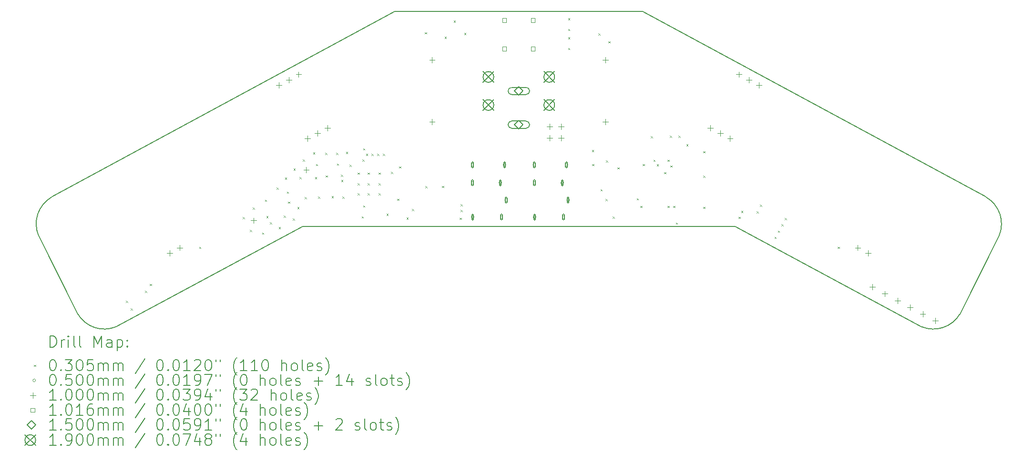
<source format=gbr>
%FSLAX45Y45*%
G04 Gerber Fmt 4.5, Leading zero omitted, Abs format (unit mm)*
G04 Created by KiCad (PCBNEW (6.0.0)) date 2022-01-12 03:25:53*
%MOMM*%
%LPD*%
G01*
G04 APERTURE LIST*
%TA.AperFunction,Profile*%
%ADD10C,0.200000*%
%TD*%
%ADD11C,0.200000*%
%ADD12C,0.030480*%
%ADD13C,0.050000*%
%ADD14C,0.100000*%
%ADD15C,0.101600*%
%ADD16C,0.150000*%
%ADD17C,0.190000*%
G04 APERTURE END LIST*
D10*
X-8300000Y-3305000D02*
G75*
G03*
X-8530000Y-3990000I277519J-474295D01*
G01*
X-7834381Y-5381580D02*
G75*
G03*
X-7155000Y-5611580I472151J276265D01*
G01*
X7155000Y-5611580D02*
G75*
G03*
X7834381Y-5381580I207165J506459D01*
G01*
X3840000Y-3830000D02*
X7155000Y-5611580D01*
X7834381Y-5381580D02*
X8530000Y-3990000D01*
X8530000Y-3990000D02*
G75*
G03*
X8300000Y-3305000I-507519J210705D01*
G01*
X8300000Y-3305000D02*
X2200000Y0D01*
X0Y0D02*
X-2200000Y0D01*
X-3840000Y-3830000D02*
X0Y-3830000D01*
X-8530000Y-3990000D02*
X-7834381Y-5381580D01*
X-2200000Y0D02*
X-8300000Y-3305000D01*
X2200000Y0D02*
X0Y0D01*
X0Y-3830000D02*
X3840000Y-3830000D01*
X-7155000Y-5611580D02*
X-3840000Y-3830000D01*
D11*
D12*
X-6980240Y-5149760D02*
X-6949760Y-5180240D01*
X-6949760Y-5149760D02*
X-6980240Y-5180240D01*
X-6895240Y-5284760D02*
X-6864760Y-5315240D01*
X-6864760Y-5284760D02*
X-6895240Y-5315240D01*
X-6640240Y-4969760D02*
X-6609760Y-5000240D01*
X-6609760Y-4969760D02*
X-6640240Y-5000240D01*
X-6555240Y-4849760D02*
X-6524760Y-4880240D01*
X-6524760Y-4849760D02*
X-6555240Y-4880240D01*
X-5679061Y-4188581D02*
X-5648581Y-4219061D01*
X-5648581Y-4188581D02*
X-5679061Y-4219061D01*
X-4905240Y-3659760D02*
X-4874760Y-3690240D01*
X-4874760Y-3659760D02*
X-4905240Y-3690240D01*
X-4775240Y-3889760D02*
X-4744760Y-3920240D01*
X-4744760Y-3889760D02*
X-4775240Y-3920240D01*
X-4725240Y-3489760D02*
X-4694760Y-3520240D01*
X-4694760Y-3489760D02*
X-4725240Y-3520240D01*
X-4560240Y-3934760D02*
X-4529760Y-3965240D01*
X-4529760Y-3934760D02*
X-4560240Y-3965240D01*
X-4510240Y-3349760D02*
X-4479760Y-3380240D01*
X-4479760Y-3349760D02*
X-4510240Y-3380240D01*
X-4485240Y-3639760D02*
X-4454760Y-3670240D01*
X-4454760Y-3639760D02*
X-4485240Y-3670240D01*
X-4420240Y-3749760D02*
X-4389760Y-3780240D01*
X-4389760Y-3749760D02*
X-4420240Y-3780240D01*
X-4300240Y-3134760D02*
X-4269760Y-3165240D01*
X-4269760Y-3134760D02*
X-4300240Y-3165240D01*
X-4265240Y-3834760D02*
X-4234760Y-3865240D01*
X-4234760Y-3834760D02*
X-4265240Y-3865240D01*
X-4175240Y-3634760D02*
X-4144760Y-3665240D01*
X-4144760Y-3634760D02*
X-4175240Y-3665240D01*
X-4155240Y-2954760D02*
X-4124760Y-2985240D01*
X-4124760Y-2954760D02*
X-4155240Y-2985240D01*
X-4120240Y-3204760D02*
X-4089760Y-3235240D01*
X-4089760Y-3204760D02*
X-4120240Y-3235240D01*
X-4100240Y-3384760D02*
X-4069760Y-3415240D01*
X-4069760Y-3384760D02*
X-4100240Y-3415240D01*
X-4015240Y-3684760D02*
X-3984760Y-3715240D01*
X-3984760Y-3684760D02*
X-4015240Y-3715240D01*
X-4000240Y-2794760D02*
X-3969760Y-2825240D01*
X-3969760Y-2794760D02*
X-4000240Y-2825240D01*
X-3935240Y-3479760D02*
X-3904760Y-3510240D01*
X-3904760Y-3479760D02*
X-3935240Y-3510240D01*
X-3895240Y-2949760D02*
X-3864760Y-2980240D01*
X-3864760Y-2949760D02*
X-3895240Y-2980240D01*
X-3835240Y-2634760D02*
X-3804760Y-2665240D01*
X-3804760Y-2634760D02*
X-3835240Y-2665240D01*
X-3800240Y-3304760D02*
X-3769760Y-3335240D01*
X-3769760Y-3304760D02*
X-3800240Y-3335240D01*
X-3655240Y-2509760D02*
X-3624760Y-2540240D01*
X-3624760Y-2509760D02*
X-3655240Y-2540240D01*
X-3620240Y-2949760D02*
X-3589760Y-2980240D01*
X-3589760Y-2949760D02*
X-3620240Y-2980240D01*
X-3605240Y-2714760D02*
X-3574760Y-2745240D01*
X-3574760Y-2714760D02*
X-3605240Y-2745240D01*
X-3565240Y-3294760D02*
X-3534760Y-3325240D01*
X-3534760Y-3294760D02*
X-3565240Y-3325240D01*
X-3440240Y-2514760D02*
X-3409760Y-2545240D01*
X-3409760Y-2514760D02*
X-3440240Y-2545240D01*
X-3428240Y-2917760D02*
X-3397760Y-2948240D01*
X-3397760Y-2917760D02*
X-3428240Y-2948240D01*
X-3325240Y-3284760D02*
X-3294760Y-3315240D01*
X-3294760Y-3284760D02*
X-3325240Y-3315240D01*
X-3245240Y-2514760D02*
X-3214760Y-2545240D01*
X-3214760Y-2514760D02*
X-3245240Y-2545240D01*
X-3230240Y-2704760D02*
X-3199760Y-2735240D01*
X-3199760Y-2704760D02*
X-3230240Y-2735240D01*
X-3158240Y-2902760D02*
X-3127760Y-2933240D01*
X-3127760Y-2902760D02*
X-3158240Y-2933240D01*
X-3156240Y-2997760D02*
X-3125760Y-3028240D01*
X-3125760Y-2997760D02*
X-3156240Y-3028240D01*
X-3135240Y-3294760D02*
X-3104760Y-3325240D01*
X-3104760Y-3294760D02*
X-3135240Y-3325240D01*
X-3070240Y-2499760D02*
X-3039760Y-2530240D01*
X-3039760Y-2499760D02*
X-3070240Y-2530240D01*
X-3005240Y-2729760D02*
X-2974760Y-2760240D01*
X-2974760Y-2729760D02*
X-3005240Y-2760240D01*
X-2860640Y-2867560D02*
X-2830160Y-2898040D01*
X-2830160Y-2867560D02*
X-2860640Y-2898040D01*
X-2860640Y-3058060D02*
X-2830160Y-3088540D01*
X-2830160Y-3058060D02*
X-2860640Y-3088540D01*
X-2860640Y-3235860D02*
X-2830160Y-3266340D01*
X-2830160Y-3235860D02*
X-2860640Y-3266340D01*
X-2790240Y-3644760D02*
X-2759760Y-3675240D01*
X-2759760Y-3644760D02*
X-2790240Y-3675240D01*
X-2780240Y-2634760D02*
X-2749760Y-2665240D01*
X-2749760Y-2634760D02*
X-2780240Y-2665240D01*
X-2765240Y-2434760D02*
X-2734760Y-2465240D01*
X-2734760Y-2434760D02*
X-2765240Y-2465240D01*
X-2765240Y-3449760D02*
X-2734760Y-3480240D01*
X-2734760Y-3449760D02*
X-2765240Y-3480240D01*
X-2715240Y-2534760D02*
X-2684760Y-2565240D01*
X-2684760Y-2534760D02*
X-2715240Y-2565240D01*
X-2682840Y-2867560D02*
X-2652360Y-2898040D01*
X-2652360Y-2867560D02*
X-2682840Y-2898040D01*
X-2682840Y-3058060D02*
X-2652360Y-3088540D01*
X-2652360Y-3058060D02*
X-2682840Y-3088540D01*
X-2682840Y-3235860D02*
X-2652360Y-3266340D01*
X-2652360Y-3235860D02*
X-2682840Y-3266340D01*
X-2615240Y-2534760D02*
X-2584760Y-2565240D01*
X-2584760Y-2534760D02*
X-2615240Y-2565240D01*
X-2515240Y-2534760D02*
X-2484760Y-2565240D01*
X-2484760Y-2534760D02*
X-2515240Y-2565240D01*
X-2492340Y-2867560D02*
X-2461860Y-2898040D01*
X-2461860Y-2867560D02*
X-2492340Y-2898040D01*
X-2492340Y-3058060D02*
X-2461860Y-3088540D01*
X-2461860Y-3058060D02*
X-2492340Y-3088540D01*
X-2492340Y-3235860D02*
X-2461860Y-3266340D01*
X-2461860Y-3235860D02*
X-2492340Y-3266340D01*
X-2415240Y-2534760D02*
X-2384760Y-2565240D01*
X-2384760Y-2534760D02*
X-2415240Y-2565240D01*
X-2350240Y-3599760D02*
X-2319760Y-3630240D01*
X-2319760Y-3599760D02*
X-2350240Y-3630240D01*
X-2272740Y-2854760D02*
X-2242260Y-2885240D01*
X-2242260Y-2854760D02*
X-2272740Y-2885240D01*
X-2162140Y-3331110D02*
X-2131660Y-3361590D01*
X-2131660Y-3331110D02*
X-2162140Y-3361590D01*
X-2125240Y-2757260D02*
X-2094760Y-2787740D01*
X-2094760Y-2757260D02*
X-2125240Y-2787740D01*
X-1995240Y-3664760D02*
X-1964760Y-3695240D01*
X-1964760Y-3664760D02*
X-1995240Y-3695240D01*
X-1895240Y-3514760D02*
X-1864760Y-3545240D01*
X-1864760Y-3514760D02*
X-1895240Y-3545240D01*
X-1670240Y-369760D02*
X-1639760Y-400240D01*
X-1639760Y-369760D02*
X-1670240Y-400240D01*
X-1661490Y-3108510D02*
X-1631010Y-3138990D01*
X-1631010Y-3108510D02*
X-1661490Y-3138990D01*
X-1365240Y-3104760D02*
X-1334760Y-3135240D01*
X-1334760Y-3104760D02*
X-1365240Y-3135240D01*
X-1316490Y-452260D02*
X-1286010Y-482740D01*
X-1286010Y-452260D02*
X-1316490Y-482740D01*
X-1157740Y-162260D02*
X-1127260Y-192740D01*
X-1127260Y-162260D02*
X-1157740Y-192740D01*
X-1050240Y-3669760D02*
X-1019760Y-3700240D01*
X-1019760Y-3669760D02*
X-1050240Y-3700240D01*
X-1035240Y-3429760D02*
X-1004760Y-3460240D01*
X-1004760Y-3429760D02*
X-1035240Y-3460240D01*
X-1035240Y-3529760D02*
X-1004760Y-3560240D01*
X-1004760Y-3529760D02*
X-1035240Y-3560240D01*
X-970240Y-379760D02*
X-939760Y-410240D01*
X-939760Y-379760D02*
X-970240Y-410240D01*
X874760Y-119760D02*
X905240Y-150240D01*
X905240Y-119760D02*
X874760Y-150240D01*
X874760Y-309760D02*
X905240Y-340240D01*
X905240Y-309760D02*
X874760Y-340240D01*
X874760Y-459760D02*
X905240Y-490240D01*
X905240Y-459760D02*
X874760Y-490240D01*
X874760Y-649760D02*
X905240Y-680240D01*
X905240Y-649760D02*
X874760Y-680240D01*
X1299760Y-2464760D02*
X1330240Y-2495240D01*
X1330240Y-2464760D02*
X1299760Y-2495240D01*
X1304760Y-2714760D02*
X1335240Y-2745240D01*
X1335240Y-2714760D02*
X1304760Y-2745240D01*
X1413510Y-389760D02*
X1443990Y-420240D01*
X1443990Y-389760D02*
X1413510Y-420240D01*
X1449760Y-3164760D02*
X1480240Y-3195240D01*
X1480240Y-3164760D02*
X1449760Y-3195240D01*
X1539760Y-3334760D02*
X1570240Y-3365240D01*
X1570240Y-3334760D02*
X1539760Y-3365240D01*
X1546010Y-2653510D02*
X1576490Y-2683990D01*
X1576490Y-2653510D02*
X1546010Y-2683990D01*
X1588510Y-529760D02*
X1618990Y-560240D01*
X1618990Y-529760D02*
X1588510Y-560240D01*
X1664760Y-3649760D02*
X1695240Y-3680240D01*
X1695240Y-3649760D02*
X1664760Y-3680240D01*
X1749760Y-2774760D02*
X1780240Y-2805240D01*
X1780240Y-2774760D02*
X1749760Y-2805240D01*
X2094760Y-3324760D02*
X2125240Y-3355240D01*
X2125240Y-3324760D02*
X2094760Y-3355240D01*
X2159760Y-3459760D02*
X2190240Y-3490240D01*
X2190240Y-3459760D02*
X2159760Y-3490240D01*
X2199760Y-2714760D02*
X2230240Y-2745240D01*
X2230240Y-2714760D02*
X2199760Y-2745240D01*
X2344760Y-2219760D02*
X2375240Y-2250240D01*
X2375240Y-2219760D02*
X2344760Y-2250240D01*
X2389760Y-2639760D02*
X2420240Y-2670240D01*
X2420240Y-2639760D02*
X2389760Y-2670240D01*
X2449760Y-2719760D02*
X2480240Y-2750240D01*
X2480240Y-2719760D02*
X2449760Y-2750240D01*
X2579760Y-2859760D02*
X2610240Y-2890240D01*
X2610240Y-2859760D02*
X2579760Y-2890240D01*
X2639760Y-2639760D02*
X2670240Y-2670240D01*
X2670240Y-2639760D02*
X2639760Y-2670240D01*
X2639760Y-3459760D02*
X2670240Y-3490240D01*
X2670240Y-3459760D02*
X2639760Y-3490240D01*
X2682260Y-2212260D02*
X2712740Y-2242740D01*
X2712740Y-2212260D02*
X2682260Y-2242740D01*
X2689760Y-2739760D02*
X2720240Y-2770240D01*
X2720240Y-2739760D02*
X2689760Y-2770240D01*
X2739760Y-3459760D02*
X2770240Y-3490240D01*
X2770240Y-3459760D02*
X2739760Y-3490240D01*
X2789760Y-3754760D02*
X2820240Y-3785240D01*
X2820240Y-3754760D02*
X2789760Y-3785240D01*
X2837260Y-2209760D02*
X2867740Y-2240240D01*
X2867740Y-2209760D02*
X2837260Y-2240240D01*
X2974760Y-2364760D02*
X3005240Y-2395240D01*
X3005240Y-2364760D02*
X2974760Y-2395240D01*
X3274760Y-2484760D02*
X3305240Y-2515240D01*
X3305240Y-2484760D02*
X3274760Y-2515240D01*
X3274760Y-2919760D02*
X3305240Y-2950240D01*
X3305240Y-2919760D02*
X3274760Y-2950240D01*
X3274760Y-3477260D02*
X3305240Y-3507740D01*
X3305240Y-3477260D02*
X3274760Y-3507740D01*
X3900041Y-3654479D02*
X3930521Y-3684959D01*
X3930521Y-3654479D02*
X3900041Y-3684959D01*
X3947905Y-3546614D02*
X3978385Y-3577094D01*
X3978385Y-3546614D02*
X3947905Y-3577094D01*
X4224760Y-3554760D02*
X4255240Y-3585240D01*
X4255240Y-3554760D02*
X4224760Y-3585240D01*
X4284760Y-3439760D02*
X4315240Y-3470240D01*
X4315240Y-3439760D02*
X4284760Y-3470240D01*
X4539760Y-4009760D02*
X4570240Y-4040240D01*
X4570240Y-4009760D02*
X4539760Y-4040240D01*
X4599760Y-3899760D02*
X4630240Y-3930240D01*
X4630240Y-3899760D02*
X4599760Y-3930240D01*
X4664760Y-3784760D02*
X4695240Y-3815240D01*
X4695240Y-3784760D02*
X4664760Y-3815240D01*
X4724760Y-3674760D02*
X4755240Y-3705240D01*
X4755240Y-3674760D02*
X4724760Y-3705240D01*
X5663863Y-4188863D02*
X5694343Y-4219343D01*
X5694343Y-4188863D02*
X5663863Y-4219343D01*
D13*
X-799000Y-2730000D02*
G75*
G03*
X-799000Y-2730000I-25000J0D01*
G01*
D11*
X-839000Y-2690000D02*
X-839000Y-2770000D01*
X-809000Y-2690000D02*
X-809000Y-2770000D01*
X-839000Y-2770000D02*
G75*
G03*
X-809000Y-2770000I15000J0D01*
G01*
X-809000Y-2690000D02*
G75*
G03*
X-839000Y-2690000I-15000J0D01*
G01*
D13*
X-799000Y-3050000D02*
G75*
G03*
X-799000Y-3050000I-25000J0D01*
G01*
D11*
X-839000Y-3010000D02*
X-839000Y-3090000D01*
X-809000Y-3010000D02*
X-809000Y-3090000D01*
X-839000Y-3090000D02*
G75*
G03*
X-809000Y-3090000I15000J0D01*
G01*
X-809000Y-3010000D02*
G75*
G03*
X-839000Y-3010000I-15000J0D01*
G01*
D13*
X-795000Y-3660000D02*
G75*
G03*
X-795000Y-3660000I-25000J0D01*
G01*
D11*
X-835000Y-3620000D02*
X-835000Y-3700000D01*
X-805000Y-3620000D02*
X-805000Y-3700000D01*
X-835000Y-3700000D02*
G75*
G03*
X-805000Y-3700000I15000J0D01*
G01*
X-805000Y-3620000D02*
G75*
G03*
X-835000Y-3620000I-15000J0D01*
G01*
D13*
X-304000Y-3050000D02*
G75*
G03*
X-304000Y-3050000I-25000J0D01*
G01*
D11*
X-344000Y-3010000D02*
X-344000Y-3090000D01*
X-314000Y-3010000D02*
X-314000Y-3090000D01*
X-344000Y-3090000D02*
G75*
G03*
X-314000Y-3090000I15000J0D01*
G01*
X-314000Y-3010000D02*
G75*
G03*
X-344000Y-3010000I-15000J0D01*
G01*
D13*
X-282000Y-3660000D02*
G75*
G03*
X-282000Y-3660000I-25000J0D01*
G01*
D11*
X-322000Y-3620000D02*
X-322000Y-3700000D01*
X-292000Y-3620000D02*
X-292000Y-3700000D01*
X-322000Y-3700000D02*
G75*
G03*
X-292000Y-3700000I15000J0D01*
G01*
X-292000Y-3620000D02*
G75*
G03*
X-322000Y-3620000I-15000J0D01*
G01*
D13*
X-229000Y-2730000D02*
G75*
G03*
X-229000Y-2730000I-25000J0D01*
G01*
D11*
X-269000Y-2690000D02*
X-269000Y-2770000D01*
X-239000Y-2690000D02*
X-239000Y-2770000D01*
X-269000Y-2770000D02*
G75*
G03*
X-239000Y-2770000I15000J0D01*
G01*
X-239000Y-2690000D02*
G75*
G03*
X-269000Y-2690000I-15000J0D01*
G01*
D13*
X-200000Y-3355000D02*
G75*
G03*
X-200000Y-3355000I-25000J0D01*
G01*
D11*
X-240000Y-3315000D02*
X-240000Y-3395000D01*
X-210000Y-3315000D02*
X-210000Y-3395000D01*
X-240000Y-3395000D02*
G75*
G03*
X-210000Y-3395000I15000J0D01*
G01*
X-210000Y-3315000D02*
G75*
G03*
X-240000Y-3315000I-15000J0D01*
G01*
D13*
X301000Y-2730000D02*
G75*
G03*
X301000Y-2730000I-25000J0D01*
G01*
D11*
X261000Y-2690000D02*
X261000Y-2770000D01*
X291000Y-2690000D02*
X291000Y-2770000D01*
X261000Y-2770000D02*
G75*
G03*
X291000Y-2770000I15000J0D01*
G01*
X291000Y-2690000D02*
G75*
G03*
X261000Y-2690000I-15000J0D01*
G01*
D13*
X301000Y-3050000D02*
G75*
G03*
X301000Y-3050000I-25000J0D01*
G01*
D11*
X261000Y-3010000D02*
X261000Y-3090000D01*
X291000Y-3010000D02*
X291000Y-3090000D01*
X261000Y-3090000D02*
G75*
G03*
X291000Y-3090000I15000J0D01*
G01*
X291000Y-3010000D02*
G75*
G03*
X261000Y-3010000I-15000J0D01*
G01*
D13*
X305000Y-3660000D02*
G75*
G03*
X305000Y-3660000I-25000J0D01*
G01*
D11*
X265000Y-3620000D02*
X265000Y-3700000D01*
X295000Y-3620000D02*
X295000Y-3700000D01*
X265000Y-3700000D02*
G75*
G03*
X295000Y-3700000I15000J0D01*
G01*
X295000Y-3620000D02*
G75*
G03*
X265000Y-3620000I-15000J0D01*
G01*
D13*
X796000Y-3050000D02*
G75*
G03*
X796000Y-3050000I-25000J0D01*
G01*
D11*
X756000Y-3010000D02*
X756000Y-3090000D01*
X786000Y-3010000D02*
X786000Y-3090000D01*
X756000Y-3090000D02*
G75*
G03*
X786000Y-3090000I15000J0D01*
G01*
X786000Y-3010000D02*
G75*
G03*
X756000Y-3010000I-15000J0D01*
G01*
D13*
X818000Y-3660000D02*
G75*
G03*
X818000Y-3660000I-25000J0D01*
G01*
D11*
X778000Y-3620000D02*
X778000Y-3700000D01*
X808000Y-3620000D02*
X808000Y-3700000D01*
X778000Y-3700000D02*
G75*
G03*
X808000Y-3700000I15000J0D01*
G01*
X808000Y-3620000D02*
G75*
G03*
X778000Y-3620000I-15000J0D01*
G01*
D13*
X871000Y-2730000D02*
G75*
G03*
X871000Y-2730000I-25000J0D01*
G01*
D11*
X831000Y-2690000D02*
X831000Y-2770000D01*
X861000Y-2690000D02*
X861000Y-2770000D01*
X831000Y-2770000D02*
G75*
G03*
X861000Y-2770000I15000J0D01*
G01*
X861000Y-2690000D02*
G75*
G03*
X831000Y-2690000I-15000J0D01*
G01*
D13*
X900000Y-3355000D02*
G75*
G03*
X900000Y-3355000I-25000J0D01*
G01*
D11*
X860000Y-3315000D02*
X860000Y-3395000D01*
X890000Y-3315000D02*
X890000Y-3395000D01*
X860000Y-3395000D02*
G75*
G03*
X890000Y-3395000I15000J0D01*
G01*
X890000Y-3315000D02*
G75*
G03*
X860000Y-3315000I-15000J0D01*
G01*
D14*
X-6200000Y-4250000D02*
X-6200000Y-4350000D01*
X-6250000Y-4300000D02*
X-6150000Y-4300000D01*
X-6021003Y-4153821D02*
X-6021003Y-4253821D01*
X-6071003Y-4203821D02*
X-5971003Y-4203821D01*
X-4710000Y-3670000D02*
X-4710000Y-3770000D01*
X-4760000Y-3720000D02*
X-4660000Y-3720000D01*
X-4263050Y-1260389D02*
X-4263050Y-1360389D01*
X-4313050Y-1310389D02*
X-4213050Y-1310389D01*
X-4086872Y-1165725D02*
X-4086872Y-1265725D01*
X-4136872Y-1215725D02*
X-4036872Y-1215725D01*
X-3910694Y-1071061D02*
X-3910694Y-1171061D01*
X-3960694Y-1121061D02*
X-3860694Y-1121061D01*
X-3775000Y-2770000D02*
X-3775000Y-2870000D01*
X-3825000Y-2820000D02*
X-3725000Y-2820000D01*
X-3751865Y-2211751D02*
X-3751865Y-2311751D01*
X-3801865Y-2261751D02*
X-3701865Y-2261751D01*
X-3575686Y-2117087D02*
X-3575686Y-2217087D01*
X-3625686Y-2167087D02*
X-3525686Y-2167087D01*
X-3399508Y-2022423D02*
X-3399508Y-2122423D01*
X-3449508Y-2072423D02*
X-3349508Y-2072423D01*
X-1540000Y-815000D02*
X-1540000Y-915000D01*
X-1590000Y-865000D02*
X-1490000Y-865000D01*
X-1540000Y-1915000D02*
X-1540000Y-2015000D01*
X-1590000Y-1965000D02*
X-1490000Y-1965000D01*
X548400Y-1998400D02*
X548400Y-2098400D01*
X498400Y-2048400D02*
X598400Y-2048400D01*
X548400Y-2201600D02*
X548400Y-2301600D01*
X498400Y-2251600D02*
X598400Y-2251600D01*
X751600Y-1998400D02*
X751600Y-2098400D01*
X701600Y-2048400D02*
X801600Y-2048400D01*
X751600Y-2201600D02*
X751600Y-2301600D01*
X701600Y-2251600D02*
X801600Y-2251600D01*
X1540000Y-815000D02*
X1540000Y-915000D01*
X1490000Y-865000D02*
X1590000Y-865000D01*
X1540000Y-1915000D02*
X1540000Y-2015000D01*
X1490000Y-1965000D02*
X1590000Y-1965000D01*
X3399508Y-2022423D02*
X3399508Y-2122423D01*
X3349508Y-2072423D02*
X3449508Y-2072423D01*
X3575686Y-2117087D02*
X3575686Y-2217087D01*
X3525686Y-2167087D02*
X3625686Y-2167087D01*
X3751865Y-2211751D02*
X3751865Y-2311751D01*
X3701865Y-2261751D02*
X3801865Y-2261751D01*
X3910694Y-1071061D02*
X3910694Y-1171061D01*
X3860694Y-1121061D02*
X3960694Y-1121061D01*
X4086872Y-1165725D02*
X4086872Y-1265725D01*
X4036872Y-1215725D02*
X4136872Y-1215725D01*
X4263050Y-1260389D02*
X4263050Y-1360389D01*
X4213050Y-1310389D02*
X4313050Y-1310389D01*
X6021003Y-4153821D02*
X6021003Y-4253821D01*
X5971003Y-4203821D02*
X6071003Y-4203821D01*
X6200000Y-4250000D02*
X6200000Y-4350000D01*
X6150000Y-4300000D02*
X6250000Y-4300000D01*
X6278321Y-4854094D02*
X6278321Y-4954094D01*
X6228321Y-4904094D02*
X6328321Y-4904094D01*
X6502067Y-4974317D02*
X6502067Y-5074317D01*
X6452067Y-5024317D02*
X6552067Y-5024317D01*
X6725813Y-5094540D02*
X6725813Y-5194540D01*
X6675813Y-5144540D02*
X6775813Y-5144540D01*
X6949560Y-5214763D02*
X6949560Y-5314763D01*
X6899560Y-5264763D02*
X6999560Y-5264763D01*
X7173306Y-5334987D02*
X7173306Y-5434987D01*
X7123306Y-5384987D02*
X7223306Y-5384987D01*
X7397052Y-5455210D02*
X7397052Y-5555210D01*
X7347052Y-5505210D02*
X7447052Y-5505210D01*
D15*
X-220679Y-193721D02*
X-220679Y-121879D01*
X-292521Y-121879D01*
X-292521Y-193721D01*
X-220679Y-193721D01*
X-220679Y-701721D02*
X-220679Y-629879D01*
X-292521Y-629879D01*
X-292521Y-701721D01*
X-220679Y-701721D01*
X287321Y-193721D02*
X287321Y-121879D01*
X215479Y-121879D01*
X215479Y-193721D01*
X287321Y-193721D01*
X287321Y-701721D02*
X287321Y-629879D01*
X215479Y-629879D01*
X215479Y-701721D01*
X287321Y-701721D01*
D16*
X0Y-1490000D02*
X75000Y-1415000D01*
X0Y-1340000D01*
X-75000Y-1415000D01*
X0Y-1490000D01*
D11*
X125000Y-1350000D02*
X-125000Y-1350000D01*
X125000Y-1480000D02*
X-125000Y-1480000D01*
X-125000Y-1350000D02*
G75*
G03*
X-125000Y-1480000I0J-65000D01*
G01*
X125000Y-1480000D02*
G75*
G03*
X125000Y-1350000I0J65000D01*
G01*
D16*
X0Y-2090000D02*
X75000Y-2015000D01*
X0Y-1940000D01*
X-75000Y-2015000D01*
X0Y-2090000D01*
D11*
X125000Y-1950000D02*
X-125000Y-1950000D01*
X125000Y-2080000D02*
X-125000Y-2080000D01*
X-125000Y-1950000D02*
G75*
G03*
X-125000Y-2080000I0J-65000D01*
G01*
X125000Y-2080000D02*
G75*
G03*
X125000Y-1950000I0J65000D01*
G01*
D17*
X-635000Y-1070000D02*
X-445000Y-1260000D01*
X-445000Y-1070000D02*
X-635000Y-1260000D01*
X-445000Y-1165000D02*
G75*
G03*
X-445000Y-1165000I-95000J0D01*
G01*
X-635000Y-1570000D02*
X-445000Y-1760000D01*
X-445000Y-1570000D02*
X-635000Y-1760000D01*
X-445000Y-1665000D02*
G75*
G03*
X-445000Y-1665000I-95000J0D01*
G01*
X445000Y-1070000D02*
X635000Y-1260000D01*
X635000Y-1070000D02*
X445000Y-1260000D01*
X635000Y-1165000D02*
G75*
G03*
X635000Y-1165000I-95000J0D01*
G01*
X445000Y-1570000D02*
X635000Y-1760000D01*
X635000Y-1570000D02*
X445000Y-1760000D01*
X635000Y-1665000D02*
G75*
G03*
X635000Y-1665000I-95000J0D01*
G01*
D11*
X-8324382Y-5972827D02*
X-8324382Y-5772827D01*
X-8276763Y-5772827D01*
X-8248191Y-5782351D01*
X-8229144Y-5801399D01*
X-8219620Y-5820446D01*
X-8210096Y-5858542D01*
X-8210096Y-5887113D01*
X-8219620Y-5925208D01*
X-8229144Y-5944256D01*
X-8248191Y-5963304D01*
X-8276763Y-5972827D01*
X-8324382Y-5972827D01*
X-8124382Y-5972827D02*
X-8124382Y-5839494D01*
X-8124382Y-5877589D02*
X-8114858Y-5858542D01*
X-8105334Y-5849018D01*
X-8086287Y-5839494D01*
X-8067239Y-5839494D01*
X-8000572Y-5972827D02*
X-8000572Y-5839494D01*
X-8000572Y-5772827D02*
X-8010096Y-5782351D01*
X-8000572Y-5791875D01*
X-7991049Y-5782351D01*
X-8000572Y-5772827D01*
X-8000572Y-5791875D01*
X-7876763Y-5972827D02*
X-7895811Y-5963304D01*
X-7905334Y-5944256D01*
X-7905334Y-5772827D01*
X-7772001Y-5972827D02*
X-7791049Y-5963304D01*
X-7800572Y-5944256D01*
X-7800572Y-5772827D01*
X-7543430Y-5972827D02*
X-7543430Y-5772827D01*
X-7476763Y-5915685D01*
X-7410096Y-5772827D01*
X-7410096Y-5972827D01*
X-7229144Y-5972827D02*
X-7229144Y-5868065D01*
X-7238668Y-5849018D01*
X-7257715Y-5839494D01*
X-7295811Y-5839494D01*
X-7314858Y-5849018D01*
X-7229144Y-5963304D02*
X-7248191Y-5972827D01*
X-7295811Y-5972827D01*
X-7314858Y-5963304D01*
X-7324382Y-5944256D01*
X-7324382Y-5925208D01*
X-7314858Y-5906161D01*
X-7295811Y-5896637D01*
X-7248191Y-5896637D01*
X-7229144Y-5887113D01*
X-7133906Y-5839494D02*
X-7133906Y-6039494D01*
X-7133906Y-5849018D02*
X-7114858Y-5839494D01*
X-7076763Y-5839494D01*
X-7057715Y-5849018D01*
X-7048191Y-5858542D01*
X-7038668Y-5877589D01*
X-7038668Y-5934732D01*
X-7048191Y-5953780D01*
X-7057715Y-5963304D01*
X-7076763Y-5972827D01*
X-7114858Y-5972827D01*
X-7133906Y-5963304D01*
X-6952953Y-5953780D02*
X-6943430Y-5963304D01*
X-6952953Y-5972827D01*
X-6962477Y-5963304D01*
X-6952953Y-5953780D01*
X-6952953Y-5972827D01*
X-6952953Y-5849018D02*
X-6943430Y-5858542D01*
X-6952953Y-5868065D01*
X-6962477Y-5858542D01*
X-6952953Y-5849018D01*
X-6952953Y-5868065D01*
D12*
X-8612481Y-6287111D02*
X-8582001Y-6317591D01*
X-8582001Y-6287111D02*
X-8612481Y-6317591D01*
D11*
X-8286287Y-6192827D02*
X-8267239Y-6192827D01*
X-8248191Y-6202351D01*
X-8238668Y-6211875D01*
X-8229144Y-6230923D01*
X-8219620Y-6269018D01*
X-8219620Y-6316637D01*
X-8229144Y-6354732D01*
X-8238668Y-6373780D01*
X-8248191Y-6383304D01*
X-8267239Y-6392827D01*
X-8286287Y-6392827D01*
X-8305334Y-6383304D01*
X-8314858Y-6373780D01*
X-8324382Y-6354732D01*
X-8333906Y-6316637D01*
X-8333906Y-6269018D01*
X-8324382Y-6230923D01*
X-8314858Y-6211875D01*
X-8305334Y-6202351D01*
X-8286287Y-6192827D01*
X-8133906Y-6373780D02*
X-8124382Y-6383304D01*
X-8133906Y-6392827D01*
X-8143430Y-6383304D01*
X-8133906Y-6373780D01*
X-8133906Y-6392827D01*
X-8057715Y-6192827D02*
X-7933906Y-6192827D01*
X-8000572Y-6269018D01*
X-7972001Y-6269018D01*
X-7952953Y-6278542D01*
X-7943430Y-6288065D01*
X-7933906Y-6307113D01*
X-7933906Y-6354732D01*
X-7943430Y-6373780D01*
X-7952953Y-6383304D01*
X-7972001Y-6392827D01*
X-8029144Y-6392827D01*
X-8048191Y-6383304D01*
X-8057715Y-6373780D01*
X-7810096Y-6192827D02*
X-7791049Y-6192827D01*
X-7772001Y-6202351D01*
X-7762477Y-6211875D01*
X-7752953Y-6230923D01*
X-7743430Y-6269018D01*
X-7743430Y-6316637D01*
X-7752953Y-6354732D01*
X-7762477Y-6373780D01*
X-7772001Y-6383304D01*
X-7791049Y-6392827D01*
X-7810096Y-6392827D01*
X-7829144Y-6383304D01*
X-7838668Y-6373780D01*
X-7848191Y-6354732D01*
X-7857715Y-6316637D01*
X-7857715Y-6269018D01*
X-7848191Y-6230923D01*
X-7838668Y-6211875D01*
X-7829144Y-6202351D01*
X-7810096Y-6192827D01*
X-7562477Y-6192827D02*
X-7657715Y-6192827D01*
X-7667239Y-6288065D01*
X-7657715Y-6278542D01*
X-7638668Y-6269018D01*
X-7591049Y-6269018D01*
X-7572001Y-6278542D01*
X-7562477Y-6288065D01*
X-7552953Y-6307113D01*
X-7552953Y-6354732D01*
X-7562477Y-6373780D01*
X-7572001Y-6383304D01*
X-7591049Y-6392827D01*
X-7638668Y-6392827D01*
X-7657715Y-6383304D01*
X-7667239Y-6373780D01*
X-7467239Y-6392827D02*
X-7467239Y-6259494D01*
X-7467239Y-6278542D02*
X-7457715Y-6269018D01*
X-7438668Y-6259494D01*
X-7410096Y-6259494D01*
X-7391049Y-6269018D01*
X-7381525Y-6288065D01*
X-7381525Y-6392827D01*
X-7381525Y-6288065D02*
X-7372001Y-6269018D01*
X-7352953Y-6259494D01*
X-7324382Y-6259494D01*
X-7305334Y-6269018D01*
X-7295811Y-6288065D01*
X-7295811Y-6392827D01*
X-7200572Y-6392827D02*
X-7200572Y-6259494D01*
X-7200572Y-6278542D02*
X-7191049Y-6269018D01*
X-7172001Y-6259494D01*
X-7143430Y-6259494D01*
X-7124382Y-6269018D01*
X-7114858Y-6288065D01*
X-7114858Y-6392827D01*
X-7114858Y-6288065D02*
X-7105334Y-6269018D01*
X-7086287Y-6259494D01*
X-7057715Y-6259494D01*
X-7038668Y-6269018D01*
X-7029144Y-6288065D01*
X-7029144Y-6392827D01*
X-6638668Y-6183304D02*
X-6810096Y-6440446D01*
X-6381525Y-6192827D02*
X-6362477Y-6192827D01*
X-6343430Y-6202351D01*
X-6333906Y-6211875D01*
X-6324382Y-6230923D01*
X-6314858Y-6269018D01*
X-6314858Y-6316637D01*
X-6324382Y-6354732D01*
X-6333906Y-6373780D01*
X-6343430Y-6383304D01*
X-6362477Y-6392827D01*
X-6381525Y-6392827D01*
X-6400572Y-6383304D01*
X-6410096Y-6373780D01*
X-6419620Y-6354732D01*
X-6429144Y-6316637D01*
X-6429144Y-6269018D01*
X-6419620Y-6230923D01*
X-6410096Y-6211875D01*
X-6400572Y-6202351D01*
X-6381525Y-6192827D01*
X-6229144Y-6373780D02*
X-6219620Y-6383304D01*
X-6229144Y-6392827D01*
X-6238668Y-6383304D01*
X-6229144Y-6373780D01*
X-6229144Y-6392827D01*
X-6095811Y-6192827D02*
X-6076763Y-6192827D01*
X-6057715Y-6202351D01*
X-6048191Y-6211875D01*
X-6038668Y-6230923D01*
X-6029144Y-6269018D01*
X-6029144Y-6316637D01*
X-6038668Y-6354732D01*
X-6048191Y-6373780D01*
X-6057715Y-6383304D01*
X-6076763Y-6392827D01*
X-6095811Y-6392827D01*
X-6114858Y-6383304D01*
X-6124382Y-6373780D01*
X-6133906Y-6354732D01*
X-6143430Y-6316637D01*
X-6143430Y-6269018D01*
X-6133906Y-6230923D01*
X-6124382Y-6211875D01*
X-6114858Y-6202351D01*
X-6095811Y-6192827D01*
X-5838668Y-6392827D02*
X-5952953Y-6392827D01*
X-5895811Y-6392827D02*
X-5895811Y-6192827D01*
X-5914858Y-6221399D01*
X-5933906Y-6240446D01*
X-5952953Y-6249970D01*
X-5762477Y-6211875D02*
X-5752953Y-6202351D01*
X-5733906Y-6192827D01*
X-5686287Y-6192827D01*
X-5667239Y-6202351D01*
X-5657715Y-6211875D01*
X-5648191Y-6230923D01*
X-5648191Y-6249970D01*
X-5657715Y-6278542D01*
X-5772001Y-6392827D01*
X-5648191Y-6392827D01*
X-5524382Y-6192827D02*
X-5505334Y-6192827D01*
X-5486287Y-6202351D01*
X-5476763Y-6211875D01*
X-5467239Y-6230923D01*
X-5457715Y-6269018D01*
X-5457715Y-6316637D01*
X-5467239Y-6354732D01*
X-5476763Y-6373780D01*
X-5486287Y-6383304D01*
X-5505334Y-6392827D01*
X-5524382Y-6392827D01*
X-5543430Y-6383304D01*
X-5552953Y-6373780D01*
X-5562477Y-6354732D01*
X-5572001Y-6316637D01*
X-5572001Y-6269018D01*
X-5562477Y-6230923D01*
X-5552953Y-6211875D01*
X-5543430Y-6202351D01*
X-5524382Y-6192827D01*
X-5381525Y-6192827D02*
X-5381525Y-6230923D01*
X-5305334Y-6192827D02*
X-5305334Y-6230923D01*
X-5010096Y-6469018D02*
X-5019620Y-6459494D01*
X-5038668Y-6430923D01*
X-5048192Y-6411875D01*
X-5057715Y-6383304D01*
X-5067239Y-6335685D01*
X-5067239Y-6297589D01*
X-5057715Y-6249970D01*
X-5048192Y-6221399D01*
X-5038668Y-6202351D01*
X-5019620Y-6173780D01*
X-5010096Y-6164256D01*
X-4829144Y-6392827D02*
X-4943430Y-6392827D01*
X-4886287Y-6392827D02*
X-4886287Y-6192827D01*
X-4905334Y-6221399D01*
X-4924382Y-6240446D01*
X-4943430Y-6249970D01*
X-4638668Y-6392827D02*
X-4752953Y-6392827D01*
X-4695811Y-6392827D02*
X-4695811Y-6192827D01*
X-4714858Y-6221399D01*
X-4733906Y-6240446D01*
X-4752953Y-6249970D01*
X-4514858Y-6192827D02*
X-4495811Y-6192827D01*
X-4476763Y-6202351D01*
X-4467239Y-6211875D01*
X-4457715Y-6230923D01*
X-4448192Y-6269018D01*
X-4448192Y-6316637D01*
X-4457715Y-6354732D01*
X-4467239Y-6373780D01*
X-4476763Y-6383304D01*
X-4495811Y-6392827D01*
X-4514858Y-6392827D01*
X-4533906Y-6383304D01*
X-4543430Y-6373780D01*
X-4552953Y-6354732D01*
X-4562477Y-6316637D01*
X-4562477Y-6269018D01*
X-4552953Y-6230923D01*
X-4543430Y-6211875D01*
X-4533906Y-6202351D01*
X-4514858Y-6192827D01*
X-4210096Y-6392827D02*
X-4210096Y-6192827D01*
X-4124382Y-6392827D02*
X-4124382Y-6288065D01*
X-4133906Y-6269018D01*
X-4152953Y-6259494D01*
X-4181525Y-6259494D01*
X-4200573Y-6269018D01*
X-4210096Y-6278542D01*
X-4000572Y-6392827D02*
X-4019620Y-6383304D01*
X-4029144Y-6373780D01*
X-4038668Y-6354732D01*
X-4038668Y-6297589D01*
X-4029144Y-6278542D01*
X-4019620Y-6269018D01*
X-4000572Y-6259494D01*
X-3972001Y-6259494D01*
X-3952953Y-6269018D01*
X-3943430Y-6278542D01*
X-3933906Y-6297589D01*
X-3933906Y-6354732D01*
X-3943430Y-6373780D01*
X-3952953Y-6383304D01*
X-3972001Y-6392827D01*
X-4000572Y-6392827D01*
X-3819620Y-6392827D02*
X-3838668Y-6383304D01*
X-3848191Y-6364256D01*
X-3848191Y-6192827D01*
X-3667239Y-6383304D02*
X-3686287Y-6392827D01*
X-3724382Y-6392827D01*
X-3743430Y-6383304D01*
X-3752953Y-6364256D01*
X-3752953Y-6288065D01*
X-3743430Y-6269018D01*
X-3724382Y-6259494D01*
X-3686287Y-6259494D01*
X-3667239Y-6269018D01*
X-3657715Y-6288065D01*
X-3657715Y-6307113D01*
X-3752953Y-6326161D01*
X-3581525Y-6383304D02*
X-3562477Y-6392827D01*
X-3524382Y-6392827D01*
X-3505334Y-6383304D01*
X-3495811Y-6364256D01*
X-3495811Y-6354732D01*
X-3505334Y-6335685D01*
X-3524382Y-6326161D01*
X-3552953Y-6326161D01*
X-3572001Y-6316637D01*
X-3581525Y-6297589D01*
X-3581525Y-6288065D01*
X-3572001Y-6269018D01*
X-3552953Y-6259494D01*
X-3524382Y-6259494D01*
X-3505334Y-6269018D01*
X-3429144Y-6469018D02*
X-3419620Y-6459494D01*
X-3400572Y-6430923D01*
X-3391049Y-6411875D01*
X-3381525Y-6383304D01*
X-3372001Y-6335685D01*
X-3372001Y-6297589D01*
X-3381525Y-6249970D01*
X-3391049Y-6221399D01*
X-3400572Y-6202351D01*
X-3419620Y-6173780D01*
X-3429144Y-6164256D01*
D13*
X-8582001Y-6566351D02*
G75*
G03*
X-8582001Y-6566351I-25000J0D01*
G01*
D11*
X-8286287Y-6456827D02*
X-8267239Y-6456827D01*
X-8248191Y-6466351D01*
X-8238668Y-6475875D01*
X-8229144Y-6494923D01*
X-8219620Y-6533018D01*
X-8219620Y-6580637D01*
X-8229144Y-6618732D01*
X-8238668Y-6637780D01*
X-8248191Y-6647304D01*
X-8267239Y-6656827D01*
X-8286287Y-6656827D01*
X-8305334Y-6647304D01*
X-8314858Y-6637780D01*
X-8324382Y-6618732D01*
X-8333906Y-6580637D01*
X-8333906Y-6533018D01*
X-8324382Y-6494923D01*
X-8314858Y-6475875D01*
X-8305334Y-6466351D01*
X-8286287Y-6456827D01*
X-8133906Y-6637780D02*
X-8124382Y-6647304D01*
X-8133906Y-6656827D01*
X-8143430Y-6647304D01*
X-8133906Y-6637780D01*
X-8133906Y-6656827D01*
X-7943430Y-6456827D02*
X-8038668Y-6456827D01*
X-8048191Y-6552065D01*
X-8038668Y-6542542D01*
X-8019620Y-6533018D01*
X-7972001Y-6533018D01*
X-7952953Y-6542542D01*
X-7943430Y-6552065D01*
X-7933906Y-6571113D01*
X-7933906Y-6618732D01*
X-7943430Y-6637780D01*
X-7952953Y-6647304D01*
X-7972001Y-6656827D01*
X-8019620Y-6656827D01*
X-8038668Y-6647304D01*
X-8048191Y-6637780D01*
X-7810096Y-6456827D02*
X-7791049Y-6456827D01*
X-7772001Y-6466351D01*
X-7762477Y-6475875D01*
X-7752953Y-6494923D01*
X-7743430Y-6533018D01*
X-7743430Y-6580637D01*
X-7752953Y-6618732D01*
X-7762477Y-6637780D01*
X-7772001Y-6647304D01*
X-7791049Y-6656827D01*
X-7810096Y-6656827D01*
X-7829144Y-6647304D01*
X-7838668Y-6637780D01*
X-7848191Y-6618732D01*
X-7857715Y-6580637D01*
X-7857715Y-6533018D01*
X-7848191Y-6494923D01*
X-7838668Y-6475875D01*
X-7829144Y-6466351D01*
X-7810096Y-6456827D01*
X-7619620Y-6456827D02*
X-7600572Y-6456827D01*
X-7581525Y-6466351D01*
X-7572001Y-6475875D01*
X-7562477Y-6494923D01*
X-7552953Y-6533018D01*
X-7552953Y-6580637D01*
X-7562477Y-6618732D01*
X-7572001Y-6637780D01*
X-7581525Y-6647304D01*
X-7600572Y-6656827D01*
X-7619620Y-6656827D01*
X-7638668Y-6647304D01*
X-7648191Y-6637780D01*
X-7657715Y-6618732D01*
X-7667239Y-6580637D01*
X-7667239Y-6533018D01*
X-7657715Y-6494923D01*
X-7648191Y-6475875D01*
X-7638668Y-6466351D01*
X-7619620Y-6456827D01*
X-7467239Y-6656827D02*
X-7467239Y-6523494D01*
X-7467239Y-6542542D02*
X-7457715Y-6533018D01*
X-7438668Y-6523494D01*
X-7410096Y-6523494D01*
X-7391049Y-6533018D01*
X-7381525Y-6552065D01*
X-7381525Y-6656827D01*
X-7381525Y-6552065D02*
X-7372001Y-6533018D01*
X-7352953Y-6523494D01*
X-7324382Y-6523494D01*
X-7305334Y-6533018D01*
X-7295811Y-6552065D01*
X-7295811Y-6656827D01*
X-7200572Y-6656827D02*
X-7200572Y-6523494D01*
X-7200572Y-6542542D02*
X-7191049Y-6533018D01*
X-7172001Y-6523494D01*
X-7143430Y-6523494D01*
X-7124382Y-6533018D01*
X-7114858Y-6552065D01*
X-7114858Y-6656827D01*
X-7114858Y-6552065D02*
X-7105334Y-6533018D01*
X-7086287Y-6523494D01*
X-7057715Y-6523494D01*
X-7038668Y-6533018D01*
X-7029144Y-6552065D01*
X-7029144Y-6656827D01*
X-6638668Y-6447304D02*
X-6810096Y-6704446D01*
X-6381525Y-6456827D02*
X-6362477Y-6456827D01*
X-6343430Y-6466351D01*
X-6333906Y-6475875D01*
X-6324382Y-6494923D01*
X-6314858Y-6533018D01*
X-6314858Y-6580637D01*
X-6324382Y-6618732D01*
X-6333906Y-6637780D01*
X-6343430Y-6647304D01*
X-6362477Y-6656827D01*
X-6381525Y-6656827D01*
X-6400572Y-6647304D01*
X-6410096Y-6637780D01*
X-6419620Y-6618732D01*
X-6429144Y-6580637D01*
X-6429144Y-6533018D01*
X-6419620Y-6494923D01*
X-6410096Y-6475875D01*
X-6400572Y-6466351D01*
X-6381525Y-6456827D01*
X-6229144Y-6637780D02*
X-6219620Y-6647304D01*
X-6229144Y-6656827D01*
X-6238668Y-6647304D01*
X-6229144Y-6637780D01*
X-6229144Y-6656827D01*
X-6095811Y-6456827D02*
X-6076763Y-6456827D01*
X-6057715Y-6466351D01*
X-6048191Y-6475875D01*
X-6038668Y-6494923D01*
X-6029144Y-6533018D01*
X-6029144Y-6580637D01*
X-6038668Y-6618732D01*
X-6048191Y-6637780D01*
X-6057715Y-6647304D01*
X-6076763Y-6656827D01*
X-6095811Y-6656827D01*
X-6114858Y-6647304D01*
X-6124382Y-6637780D01*
X-6133906Y-6618732D01*
X-6143430Y-6580637D01*
X-6143430Y-6533018D01*
X-6133906Y-6494923D01*
X-6124382Y-6475875D01*
X-6114858Y-6466351D01*
X-6095811Y-6456827D01*
X-5838668Y-6656827D02*
X-5952953Y-6656827D01*
X-5895811Y-6656827D02*
X-5895811Y-6456827D01*
X-5914858Y-6485399D01*
X-5933906Y-6504446D01*
X-5952953Y-6513970D01*
X-5743430Y-6656827D02*
X-5705334Y-6656827D01*
X-5686287Y-6647304D01*
X-5676763Y-6637780D01*
X-5657715Y-6609208D01*
X-5648191Y-6571113D01*
X-5648191Y-6494923D01*
X-5657715Y-6475875D01*
X-5667239Y-6466351D01*
X-5686287Y-6456827D01*
X-5724382Y-6456827D01*
X-5743430Y-6466351D01*
X-5752953Y-6475875D01*
X-5762477Y-6494923D01*
X-5762477Y-6542542D01*
X-5752953Y-6561589D01*
X-5743430Y-6571113D01*
X-5724382Y-6580637D01*
X-5686287Y-6580637D01*
X-5667239Y-6571113D01*
X-5657715Y-6561589D01*
X-5648191Y-6542542D01*
X-5581525Y-6456827D02*
X-5448192Y-6456827D01*
X-5533906Y-6656827D01*
X-5381525Y-6456827D02*
X-5381525Y-6494923D01*
X-5305334Y-6456827D02*
X-5305334Y-6494923D01*
X-5010096Y-6733018D02*
X-5019620Y-6723494D01*
X-5038668Y-6694923D01*
X-5048192Y-6675875D01*
X-5057715Y-6647304D01*
X-5067239Y-6599685D01*
X-5067239Y-6561589D01*
X-5057715Y-6513970D01*
X-5048192Y-6485399D01*
X-5038668Y-6466351D01*
X-5019620Y-6437780D01*
X-5010096Y-6428256D01*
X-4895811Y-6456827D02*
X-4876763Y-6456827D01*
X-4857715Y-6466351D01*
X-4848192Y-6475875D01*
X-4838668Y-6494923D01*
X-4829144Y-6533018D01*
X-4829144Y-6580637D01*
X-4838668Y-6618732D01*
X-4848192Y-6637780D01*
X-4857715Y-6647304D01*
X-4876763Y-6656827D01*
X-4895811Y-6656827D01*
X-4914858Y-6647304D01*
X-4924382Y-6637780D01*
X-4933906Y-6618732D01*
X-4943430Y-6580637D01*
X-4943430Y-6533018D01*
X-4933906Y-6494923D01*
X-4924382Y-6475875D01*
X-4914858Y-6466351D01*
X-4895811Y-6456827D01*
X-4591049Y-6656827D02*
X-4591049Y-6456827D01*
X-4505334Y-6656827D02*
X-4505334Y-6552065D01*
X-4514858Y-6533018D01*
X-4533906Y-6523494D01*
X-4562477Y-6523494D01*
X-4581525Y-6533018D01*
X-4591049Y-6542542D01*
X-4381525Y-6656827D02*
X-4400573Y-6647304D01*
X-4410096Y-6637780D01*
X-4419620Y-6618732D01*
X-4419620Y-6561589D01*
X-4410096Y-6542542D01*
X-4400573Y-6533018D01*
X-4381525Y-6523494D01*
X-4352953Y-6523494D01*
X-4333906Y-6533018D01*
X-4324382Y-6542542D01*
X-4314858Y-6561589D01*
X-4314858Y-6618732D01*
X-4324382Y-6637780D01*
X-4333906Y-6647304D01*
X-4352953Y-6656827D01*
X-4381525Y-6656827D01*
X-4200573Y-6656827D02*
X-4219620Y-6647304D01*
X-4229144Y-6628256D01*
X-4229144Y-6456827D01*
X-4048191Y-6647304D02*
X-4067239Y-6656827D01*
X-4105334Y-6656827D01*
X-4124382Y-6647304D01*
X-4133906Y-6628256D01*
X-4133906Y-6552065D01*
X-4124382Y-6533018D01*
X-4105334Y-6523494D01*
X-4067239Y-6523494D01*
X-4048191Y-6533018D01*
X-4038668Y-6552065D01*
X-4038668Y-6571113D01*
X-4133906Y-6590161D01*
X-3962477Y-6647304D02*
X-3943430Y-6656827D01*
X-3905334Y-6656827D01*
X-3886287Y-6647304D01*
X-3876763Y-6628256D01*
X-3876763Y-6618732D01*
X-3886287Y-6599685D01*
X-3905334Y-6590161D01*
X-3933906Y-6590161D01*
X-3952953Y-6580637D01*
X-3962477Y-6561589D01*
X-3962477Y-6552065D01*
X-3952953Y-6533018D01*
X-3933906Y-6523494D01*
X-3905334Y-6523494D01*
X-3886287Y-6533018D01*
X-3638668Y-6580637D02*
X-3486287Y-6580637D01*
X-3562477Y-6656827D02*
X-3562477Y-6504446D01*
X-3133906Y-6656827D02*
X-3248191Y-6656827D01*
X-3191049Y-6656827D02*
X-3191049Y-6456827D01*
X-3210096Y-6485399D01*
X-3229144Y-6504446D01*
X-3248191Y-6513970D01*
X-2962477Y-6523494D02*
X-2962477Y-6656827D01*
X-3010096Y-6447304D02*
X-3057715Y-6590161D01*
X-2933906Y-6590161D01*
X-2714858Y-6647304D02*
X-2695811Y-6656827D01*
X-2657715Y-6656827D01*
X-2638668Y-6647304D01*
X-2629144Y-6628256D01*
X-2629144Y-6618732D01*
X-2638668Y-6599685D01*
X-2657715Y-6590161D01*
X-2686287Y-6590161D01*
X-2705334Y-6580637D01*
X-2714858Y-6561589D01*
X-2714858Y-6552065D01*
X-2705334Y-6533018D01*
X-2686287Y-6523494D01*
X-2657715Y-6523494D01*
X-2638668Y-6533018D01*
X-2514858Y-6656827D02*
X-2533906Y-6647304D01*
X-2543430Y-6628256D01*
X-2543430Y-6456827D01*
X-2410096Y-6656827D02*
X-2429144Y-6647304D01*
X-2438668Y-6637780D01*
X-2448192Y-6618732D01*
X-2448192Y-6561589D01*
X-2438668Y-6542542D01*
X-2429144Y-6533018D01*
X-2410096Y-6523494D01*
X-2381525Y-6523494D01*
X-2362477Y-6533018D01*
X-2352953Y-6542542D01*
X-2343430Y-6561589D01*
X-2343430Y-6618732D01*
X-2352953Y-6637780D01*
X-2362477Y-6647304D01*
X-2381525Y-6656827D01*
X-2410096Y-6656827D01*
X-2286287Y-6523494D02*
X-2210096Y-6523494D01*
X-2257715Y-6456827D02*
X-2257715Y-6628256D01*
X-2248192Y-6647304D01*
X-2229144Y-6656827D01*
X-2210096Y-6656827D01*
X-2152953Y-6647304D02*
X-2133906Y-6656827D01*
X-2095811Y-6656827D01*
X-2076763Y-6647304D01*
X-2067239Y-6628256D01*
X-2067239Y-6618732D01*
X-2076763Y-6599685D01*
X-2095811Y-6590161D01*
X-2124382Y-6590161D01*
X-2143430Y-6580637D01*
X-2152953Y-6561589D01*
X-2152953Y-6552065D01*
X-2143430Y-6533018D01*
X-2124382Y-6523494D01*
X-2095811Y-6523494D01*
X-2076763Y-6533018D01*
X-2000572Y-6733018D02*
X-1991049Y-6723494D01*
X-1972001Y-6694923D01*
X-1962477Y-6675875D01*
X-1952953Y-6647304D01*
X-1943430Y-6599685D01*
X-1943430Y-6561589D01*
X-1952953Y-6513970D01*
X-1962477Y-6485399D01*
X-1972001Y-6466351D01*
X-1991049Y-6437780D01*
X-2000572Y-6428256D01*
D14*
X-8632001Y-6780351D02*
X-8632001Y-6880351D01*
X-8682001Y-6830351D02*
X-8582001Y-6830351D01*
D11*
X-8219620Y-6920827D02*
X-8333906Y-6920827D01*
X-8276763Y-6920827D02*
X-8276763Y-6720827D01*
X-8295811Y-6749399D01*
X-8314858Y-6768446D01*
X-8333906Y-6777970D01*
X-8133906Y-6901780D02*
X-8124382Y-6911304D01*
X-8133906Y-6920827D01*
X-8143430Y-6911304D01*
X-8133906Y-6901780D01*
X-8133906Y-6920827D01*
X-8000572Y-6720827D02*
X-7981525Y-6720827D01*
X-7962477Y-6730351D01*
X-7952953Y-6739875D01*
X-7943430Y-6758923D01*
X-7933906Y-6797018D01*
X-7933906Y-6844637D01*
X-7943430Y-6882732D01*
X-7952953Y-6901780D01*
X-7962477Y-6911304D01*
X-7981525Y-6920827D01*
X-8000572Y-6920827D01*
X-8019620Y-6911304D01*
X-8029144Y-6901780D01*
X-8038668Y-6882732D01*
X-8048191Y-6844637D01*
X-8048191Y-6797018D01*
X-8038668Y-6758923D01*
X-8029144Y-6739875D01*
X-8019620Y-6730351D01*
X-8000572Y-6720827D01*
X-7810096Y-6720827D02*
X-7791049Y-6720827D01*
X-7772001Y-6730351D01*
X-7762477Y-6739875D01*
X-7752953Y-6758923D01*
X-7743430Y-6797018D01*
X-7743430Y-6844637D01*
X-7752953Y-6882732D01*
X-7762477Y-6901780D01*
X-7772001Y-6911304D01*
X-7791049Y-6920827D01*
X-7810096Y-6920827D01*
X-7829144Y-6911304D01*
X-7838668Y-6901780D01*
X-7848191Y-6882732D01*
X-7857715Y-6844637D01*
X-7857715Y-6797018D01*
X-7848191Y-6758923D01*
X-7838668Y-6739875D01*
X-7829144Y-6730351D01*
X-7810096Y-6720827D01*
X-7619620Y-6720827D02*
X-7600572Y-6720827D01*
X-7581525Y-6730351D01*
X-7572001Y-6739875D01*
X-7562477Y-6758923D01*
X-7552953Y-6797018D01*
X-7552953Y-6844637D01*
X-7562477Y-6882732D01*
X-7572001Y-6901780D01*
X-7581525Y-6911304D01*
X-7600572Y-6920827D01*
X-7619620Y-6920827D01*
X-7638668Y-6911304D01*
X-7648191Y-6901780D01*
X-7657715Y-6882732D01*
X-7667239Y-6844637D01*
X-7667239Y-6797018D01*
X-7657715Y-6758923D01*
X-7648191Y-6739875D01*
X-7638668Y-6730351D01*
X-7619620Y-6720827D01*
X-7467239Y-6920827D02*
X-7467239Y-6787494D01*
X-7467239Y-6806542D02*
X-7457715Y-6797018D01*
X-7438668Y-6787494D01*
X-7410096Y-6787494D01*
X-7391049Y-6797018D01*
X-7381525Y-6816065D01*
X-7381525Y-6920827D01*
X-7381525Y-6816065D02*
X-7372001Y-6797018D01*
X-7352953Y-6787494D01*
X-7324382Y-6787494D01*
X-7305334Y-6797018D01*
X-7295811Y-6816065D01*
X-7295811Y-6920827D01*
X-7200572Y-6920827D02*
X-7200572Y-6787494D01*
X-7200572Y-6806542D02*
X-7191049Y-6797018D01*
X-7172001Y-6787494D01*
X-7143430Y-6787494D01*
X-7124382Y-6797018D01*
X-7114858Y-6816065D01*
X-7114858Y-6920827D01*
X-7114858Y-6816065D02*
X-7105334Y-6797018D01*
X-7086287Y-6787494D01*
X-7057715Y-6787494D01*
X-7038668Y-6797018D01*
X-7029144Y-6816065D01*
X-7029144Y-6920827D01*
X-6638668Y-6711304D02*
X-6810096Y-6968446D01*
X-6381525Y-6720827D02*
X-6362477Y-6720827D01*
X-6343430Y-6730351D01*
X-6333906Y-6739875D01*
X-6324382Y-6758923D01*
X-6314858Y-6797018D01*
X-6314858Y-6844637D01*
X-6324382Y-6882732D01*
X-6333906Y-6901780D01*
X-6343430Y-6911304D01*
X-6362477Y-6920827D01*
X-6381525Y-6920827D01*
X-6400572Y-6911304D01*
X-6410096Y-6901780D01*
X-6419620Y-6882732D01*
X-6429144Y-6844637D01*
X-6429144Y-6797018D01*
X-6419620Y-6758923D01*
X-6410096Y-6739875D01*
X-6400572Y-6730351D01*
X-6381525Y-6720827D01*
X-6229144Y-6901780D02*
X-6219620Y-6911304D01*
X-6229144Y-6920827D01*
X-6238668Y-6911304D01*
X-6229144Y-6901780D01*
X-6229144Y-6920827D01*
X-6095811Y-6720827D02*
X-6076763Y-6720827D01*
X-6057715Y-6730351D01*
X-6048191Y-6739875D01*
X-6038668Y-6758923D01*
X-6029144Y-6797018D01*
X-6029144Y-6844637D01*
X-6038668Y-6882732D01*
X-6048191Y-6901780D01*
X-6057715Y-6911304D01*
X-6076763Y-6920827D01*
X-6095811Y-6920827D01*
X-6114858Y-6911304D01*
X-6124382Y-6901780D01*
X-6133906Y-6882732D01*
X-6143430Y-6844637D01*
X-6143430Y-6797018D01*
X-6133906Y-6758923D01*
X-6124382Y-6739875D01*
X-6114858Y-6730351D01*
X-6095811Y-6720827D01*
X-5962477Y-6720827D02*
X-5838668Y-6720827D01*
X-5905334Y-6797018D01*
X-5876763Y-6797018D01*
X-5857715Y-6806542D01*
X-5848191Y-6816065D01*
X-5838668Y-6835113D01*
X-5838668Y-6882732D01*
X-5848191Y-6901780D01*
X-5857715Y-6911304D01*
X-5876763Y-6920827D01*
X-5933906Y-6920827D01*
X-5952953Y-6911304D01*
X-5962477Y-6901780D01*
X-5743430Y-6920827D02*
X-5705334Y-6920827D01*
X-5686287Y-6911304D01*
X-5676763Y-6901780D01*
X-5657715Y-6873208D01*
X-5648191Y-6835113D01*
X-5648191Y-6758923D01*
X-5657715Y-6739875D01*
X-5667239Y-6730351D01*
X-5686287Y-6720827D01*
X-5724382Y-6720827D01*
X-5743430Y-6730351D01*
X-5752953Y-6739875D01*
X-5762477Y-6758923D01*
X-5762477Y-6806542D01*
X-5752953Y-6825589D01*
X-5743430Y-6835113D01*
X-5724382Y-6844637D01*
X-5686287Y-6844637D01*
X-5667239Y-6835113D01*
X-5657715Y-6825589D01*
X-5648191Y-6806542D01*
X-5476763Y-6787494D02*
X-5476763Y-6920827D01*
X-5524382Y-6711304D02*
X-5572001Y-6854161D01*
X-5448192Y-6854161D01*
X-5381525Y-6720827D02*
X-5381525Y-6758923D01*
X-5305334Y-6720827D02*
X-5305334Y-6758923D01*
X-5010096Y-6997018D02*
X-5019620Y-6987494D01*
X-5038668Y-6958923D01*
X-5048192Y-6939875D01*
X-5057715Y-6911304D01*
X-5067239Y-6863685D01*
X-5067239Y-6825589D01*
X-5057715Y-6777970D01*
X-5048192Y-6749399D01*
X-5038668Y-6730351D01*
X-5019620Y-6701780D01*
X-5010096Y-6692256D01*
X-4952953Y-6720827D02*
X-4829144Y-6720827D01*
X-4895811Y-6797018D01*
X-4867239Y-6797018D01*
X-4848192Y-6806542D01*
X-4838668Y-6816065D01*
X-4829144Y-6835113D01*
X-4829144Y-6882732D01*
X-4838668Y-6901780D01*
X-4848192Y-6911304D01*
X-4867239Y-6920827D01*
X-4924382Y-6920827D01*
X-4943430Y-6911304D01*
X-4952953Y-6901780D01*
X-4752953Y-6739875D02*
X-4743430Y-6730351D01*
X-4724382Y-6720827D01*
X-4676763Y-6720827D01*
X-4657715Y-6730351D01*
X-4648192Y-6739875D01*
X-4638668Y-6758923D01*
X-4638668Y-6777970D01*
X-4648192Y-6806542D01*
X-4762477Y-6920827D01*
X-4638668Y-6920827D01*
X-4400573Y-6920827D02*
X-4400573Y-6720827D01*
X-4314858Y-6920827D02*
X-4314858Y-6816065D01*
X-4324382Y-6797018D01*
X-4343430Y-6787494D01*
X-4372001Y-6787494D01*
X-4391049Y-6797018D01*
X-4400573Y-6806542D01*
X-4191049Y-6920827D02*
X-4210096Y-6911304D01*
X-4219620Y-6901780D01*
X-4229144Y-6882732D01*
X-4229144Y-6825589D01*
X-4219620Y-6806542D01*
X-4210096Y-6797018D01*
X-4191049Y-6787494D01*
X-4162477Y-6787494D01*
X-4143430Y-6797018D01*
X-4133906Y-6806542D01*
X-4124382Y-6825589D01*
X-4124382Y-6882732D01*
X-4133906Y-6901780D01*
X-4143430Y-6911304D01*
X-4162477Y-6920827D01*
X-4191049Y-6920827D01*
X-4010096Y-6920827D02*
X-4029144Y-6911304D01*
X-4038668Y-6892256D01*
X-4038668Y-6720827D01*
X-3857715Y-6911304D02*
X-3876763Y-6920827D01*
X-3914858Y-6920827D01*
X-3933906Y-6911304D01*
X-3943430Y-6892256D01*
X-3943430Y-6816065D01*
X-3933906Y-6797018D01*
X-3914858Y-6787494D01*
X-3876763Y-6787494D01*
X-3857715Y-6797018D01*
X-3848191Y-6816065D01*
X-3848191Y-6835113D01*
X-3943430Y-6854161D01*
X-3772001Y-6911304D02*
X-3752953Y-6920827D01*
X-3714858Y-6920827D01*
X-3695811Y-6911304D01*
X-3686287Y-6892256D01*
X-3686287Y-6882732D01*
X-3695811Y-6863685D01*
X-3714858Y-6854161D01*
X-3743430Y-6854161D01*
X-3762477Y-6844637D01*
X-3772001Y-6825589D01*
X-3772001Y-6816065D01*
X-3762477Y-6797018D01*
X-3743430Y-6787494D01*
X-3714858Y-6787494D01*
X-3695811Y-6797018D01*
X-3619620Y-6997018D02*
X-3610096Y-6987494D01*
X-3591049Y-6958923D01*
X-3581525Y-6939875D01*
X-3572001Y-6911304D01*
X-3562477Y-6863685D01*
X-3562477Y-6825589D01*
X-3572001Y-6777970D01*
X-3581525Y-6749399D01*
X-3591049Y-6730351D01*
X-3610096Y-6701780D01*
X-3619620Y-6692256D01*
D15*
X-8596880Y-7130273D02*
X-8596880Y-7058430D01*
X-8668723Y-7058430D01*
X-8668723Y-7130273D01*
X-8596880Y-7130273D01*
D11*
X-8219620Y-7184827D02*
X-8333906Y-7184827D01*
X-8276763Y-7184827D02*
X-8276763Y-6984827D01*
X-8295811Y-7013399D01*
X-8314858Y-7032446D01*
X-8333906Y-7041970D01*
X-8133906Y-7165780D02*
X-8124382Y-7175304D01*
X-8133906Y-7184827D01*
X-8143430Y-7175304D01*
X-8133906Y-7165780D01*
X-8133906Y-7184827D01*
X-8000572Y-6984827D02*
X-7981525Y-6984827D01*
X-7962477Y-6994351D01*
X-7952953Y-7003875D01*
X-7943430Y-7022923D01*
X-7933906Y-7061018D01*
X-7933906Y-7108637D01*
X-7943430Y-7146732D01*
X-7952953Y-7165780D01*
X-7962477Y-7175304D01*
X-7981525Y-7184827D01*
X-8000572Y-7184827D01*
X-8019620Y-7175304D01*
X-8029144Y-7165780D01*
X-8038668Y-7146732D01*
X-8048191Y-7108637D01*
X-8048191Y-7061018D01*
X-8038668Y-7022923D01*
X-8029144Y-7003875D01*
X-8019620Y-6994351D01*
X-8000572Y-6984827D01*
X-7743430Y-7184827D02*
X-7857715Y-7184827D01*
X-7800572Y-7184827D02*
X-7800572Y-6984827D01*
X-7819620Y-7013399D01*
X-7838668Y-7032446D01*
X-7857715Y-7041970D01*
X-7572001Y-6984827D02*
X-7610096Y-6984827D01*
X-7629144Y-6994351D01*
X-7638668Y-7003875D01*
X-7657715Y-7032446D01*
X-7667239Y-7070542D01*
X-7667239Y-7146732D01*
X-7657715Y-7165780D01*
X-7648191Y-7175304D01*
X-7629144Y-7184827D01*
X-7591049Y-7184827D01*
X-7572001Y-7175304D01*
X-7562477Y-7165780D01*
X-7552953Y-7146732D01*
X-7552953Y-7099113D01*
X-7562477Y-7080065D01*
X-7572001Y-7070542D01*
X-7591049Y-7061018D01*
X-7629144Y-7061018D01*
X-7648191Y-7070542D01*
X-7657715Y-7080065D01*
X-7667239Y-7099113D01*
X-7467239Y-7184827D02*
X-7467239Y-7051494D01*
X-7467239Y-7070542D02*
X-7457715Y-7061018D01*
X-7438668Y-7051494D01*
X-7410096Y-7051494D01*
X-7391049Y-7061018D01*
X-7381525Y-7080065D01*
X-7381525Y-7184827D01*
X-7381525Y-7080065D02*
X-7372001Y-7061018D01*
X-7352953Y-7051494D01*
X-7324382Y-7051494D01*
X-7305334Y-7061018D01*
X-7295811Y-7080065D01*
X-7295811Y-7184827D01*
X-7200572Y-7184827D02*
X-7200572Y-7051494D01*
X-7200572Y-7070542D02*
X-7191049Y-7061018D01*
X-7172001Y-7051494D01*
X-7143430Y-7051494D01*
X-7124382Y-7061018D01*
X-7114858Y-7080065D01*
X-7114858Y-7184827D01*
X-7114858Y-7080065D02*
X-7105334Y-7061018D01*
X-7086287Y-7051494D01*
X-7057715Y-7051494D01*
X-7038668Y-7061018D01*
X-7029144Y-7080065D01*
X-7029144Y-7184827D01*
X-6638668Y-6975304D02*
X-6810096Y-7232446D01*
X-6381525Y-6984827D02*
X-6362477Y-6984827D01*
X-6343430Y-6994351D01*
X-6333906Y-7003875D01*
X-6324382Y-7022923D01*
X-6314858Y-7061018D01*
X-6314858Y-7108637D01*
X-6324382Y-7146732D01*
X-6333906Y-7165780D01*
X-6343430Y-7175304D01*
X-6362477Y-7184827D01*
X-6381525Y-7184827D01*
X-6400572Y-7175304D01*
X-6410096Y-7165780D01*
X-6419620Y-7146732D01*
X-6429144Y-7108637D01*
X-6429144Y-7061018D01*
X-6419620Y-7022923D01*
X-6410096Y-7003875D01*
X-6400572Y-6994351D01*
X-6381525Y-6984827D01*
X-6229144Y-7165780D02*
X-6219620Y-7175304D01*
X-6229144Y-7184827D01*
X-6238668Y-7175304D01*
X-6229144Y-7165780D01*
X-6229144Y-7184827D01*
X-6095811Y-6984827D02*
X-6076763Y-6984827D01*
X-6057715Y-6994351D01*
X-6048191Y-7003875D01*
X-6038668Y-7022923D01*
X-6029144Y-7061018D01*
X-6029144Y-7108637D01*
X-6038668Y-7146732D01*
X-6048191Y-7165780D01*
X-6057715Y-7175304D01*
X-6076763Y-7184827D01*
X-6095811Y-7184827D01*
X-6114858Y-7175304D01*
X-6124382Y-7165780D01*
X-6133906Y-7146732D01*
X-6143430Y-7108637D01*
X-6143430Y-7061018D01*
X-6133906Y-7022923D01*
X-6124382Y-7003875D01*
X-6114858Y-6994351D01*
X-6095811Y-6984827D01*
X-5857715Y-7051494D02*
X-5857715Y-7184827D01*
X-5905334Y-6975304D02*
X-5952953Y-7118161D01*
X-5829144Y-7118161D01*
X-5714858Y-6984827D02*
X-5695811Y-6984827D01*
X-5676763Y-6994351D01*
X-5667239Y-7003875D01*
X-5657715Y-7022923D01*
X-5648191Y-7061018D01*
X-5648191Y-7108637D01*
X-5657715Y-7146732D01*
X-5667239Y-7165780D01*
X-5676763Y-7175304D01*
X-5695811Y-7184827D01*
X-5714858Y-7184827D01*
X-5733906Y-7175304D01*
X-5743430Y-7165780D01*
X-5752953Y-7146732D01*
X-5762477Y-7108637D01*
X-5762477Y-7061018D01*
X-5752953Y-7022923D01*
X-5743430Y-7003875D01*
X-5733906Y-6994351D01*
X-5714858Y-6984827D01*
X-5524382Y-6984827D02*
X-5505334Y-6984827D01*
X-5486287Y-6994351D01*
X-5476763Y-7003875D01*
X-5467239Y-7022923D01*
X-5457715Y-7061018D01*
X-5457715Y-7108637D01*
X-5467239Y-7146732D01*
X-5476763Y-7165780D01*
X-5486287Y-7175304D01*
X-5505334Y-7184827D01*
X-5524382Y-7184827D01*
X-5543430Y-7175304D01*
X-5552953Y-7165780D01*
X-5562477Y-7146732D01*
X-5572001Y-7108637D01*
X-5572001Y-7061018D01*
X-5562477Y-7022923D01*
X-5552953Y-7003875D01*
X-5543430Y-6994351D01*
X-5524382Y-6984827D01*
X-5381525Y-6984827D02*
X-5381525Y-7022923D01*
X-5305334Y-6984827D02*
X-5305334Y-7022923D01*
X-5010096Y-7261018D02*
X-5019620Y-7251494D01*
X-5038668Y-7222923D01*
X-5048192Y-7203875D01*
X-5057715Y-7175304D01*
X-5067239Y-7127685D01*
X-5067239Y-7089589D01*
X-5057715Y-7041970D01*
X-5048192Y-7013399D01*
X-5038668Y-6994351D01*
X-5019620Y-6965780D01*
X-5010096Y-6956256D01*
X-4848192Y-7051494D02*
X-4848192Y-7184827D01*
X-4895811Y-6975304D02*
X-4943430Y-7118161D01*
X-4819620Y-7118161D01*
X-4591049Y-7184827D02*
X-4591049Y-6984827D01*
X-4505334Y-7184827D02*
X-4505334Y-7080065D01*
X-4514858Y-7061018D01*
X-4533906Y-7051494D01*
X-4562477Y-7051494D01*
X-4581525Y-7061018D01*
X-4591049Y-7070542D01*
X-4381525Y-7184827D02*
X-4400573Y-7175304D01*
X-4410096Y-7165780D01*
X-4419620Y-7146732D01*
X-4419620Y-7089589D01*
X-4410096Y-7070542D01*
X-4400573Y-7061018D01*
X-4381525Y-7051494D01*
X-4352953Y-7051494D01*
X-4333906Y-7061018D01*
X-4324382Y-7070542D01*
X-4314858Y-7089589D01*
X-4314858Y-7146732D01*
X-4324382Y-7165780D01*
X-4333906Y-7175304D01*
X-4352953Y-7184827D01*
X-4381525Y-7184827D01*
X-4200573Y-7184827D02*
X-4219620Y-7175304D01*
X-4229144Y-7156256D01*
X-4229144Y-6984827D01*
X-4048191Y-7175304D02*
X-4067239Y-7184827D01*
X-4105334Y-7184827D01*
X-4124382Y-7175304D01*
X-4133906Y-7156256D01*
X-4133906Y-7080065D01*
X-4124382Y-7061018D01*
X-4105334Y-7051494D01*
X-4067239Y-7051494D01*
X-4048191Y-7061018D01*
X-4038668Y-7080065D01*
X-4038668Y-7099113D01*
X-4133906Y-7118161D01*
X-3962477Y-7175304D02*
X-3943430Y-7184827D01*
X-3905334Y-7184827D01*
X-3886287Y-7175304D01*
X-3876763Y-7156256D01*
X-3876763Y-7146732D01*
X-3886287Y-7127685D01*
X-3905334Y-7118161D01*
X-3933906Y-7118161D01*
X-3952953Y-7108637D01*
X-3962477Y-7089589D01*
X-3962477Y-7080065D01*
X-3952953Y-7061018D01*
X-3933906Y-7051494D01*
X-3905334Y-7051494D01*
X-3886287Y-7061018D01*
X-3810096Y-7261018D02*
X-3800572Y-7251494D01*
X-3781525Y-7222923D01*
X-3772001Y-7203875D01*
X-3762477Y-7175304D01*
X-3752953Y-7127685D01*
X-3752953Y-7089589D01*
X-3762477Y-7041970D01*
X-3772001Y-7013399D01*
X-3781525Y-6994351D01*
X-3800572Y-6965780D01*
X-3810096Y-6956256D01*
D16*
X-8657001Y-7433351D02*
X-8582001Y-7358351D01*
X-8657001Y-7283351D01*
X-8732001Y-7358351D01*
X-8657001Y-7433351D01*
D11*
X-8219620Y-7448827D02*
X-8333906Y-7448827D01*
X-8276763Y-7448827D02*
X-8276763Y-7248827D01*
X-8295811Y-7277399D01*
X-8314858Y-7296446D01*
X-8333906Y-7305970D01*
X-8133906Y-7429780D02*
X-8124382Y-7439304D01*
X-8133906Y-7448827D01*
X-8143430Y-7439304D01*
X-8133906Y-7429780D01*
X-8133906Y-7448827D01*
X-7943430Y-7248827D02*
X-8038668Y-7248827D01*
X-8048191Y-7344065D01*
X-8038668Y-7334542D01*
X-8019620Y-7325018D01*
X-7972001Y-7325018D01*
X-7952953Y-7334542D01*
X-7943430Y-7344065D01*
X-7933906Y-7363113D01*
X-7933906Y-7410732D01*
X-7943430Y-7429780D01*
X-7952953Y-7439304D01*
X-7972001Y-7448827D01*
X-8019620Y-7448827D01*
X-8038668Y-7439304D01*
X-8048191Y-7429780D01*
X-7810096Y-7248827D02*
X-7791049Y-7248827D01*
X-7772001Y-7258351D01*
X-7762477Y-7267875D01*
X-7752953Y-7286923D01*
X-7743430Y-7325018D01*
X-7743430Y-7372637D01*
X-7752953Y-7410732D01*
X-7762477Y-7429780D01*
X-7772001Y-7439304D01*
X-7791049Y-7448827D01*
X-7810096Y-7448827D01*
X-7829144Y-7439304D01*
X-7838668Y-7429780D01*
X-7848191Y-7410732D01*
X-7857715Y-7372637D01*
X-7857715Y-7325018D01*
X-7848191Y-7286923D01*
X-7838668Y-7267875D01*
X-7829144Y-7258351D01*
X-7810096Y-7248827D01*
X-7619620Y-7248827D02*
X-7600572Y-7248827D01*
X-7581525Y-7258351D01*
X-7572001Y-7267875D01*
X-7562477Y-7286923D01*
X-7552953Y-7325018D01*
X-7552953Y-7372637D01*
X-7562477Y-7410732D01*
X-7572001Y-7429780D01*
X-7581525Y-7439304D01*
X-7600572Y-7448827D01*
X-7619620Y-7448827D01*
X-7638668Y-7439304D01*
X-7648191Y-7429780D01*
X-7657715Y-7410732D01*
X-7667239Y-7372637D01*
X-7667239Y-7325018D01*
X-7657715Y-7286923D01*
X-7648191Y-7267875D01*
X-7638668Y-7258351D01*
X-7619620Y-7248827D01*
X-7467239Y-7448827D02*
X-7467239Y-7315494D01*
X-7467239Y-7334542D02*
X-7457715Y-7325018D01*
X-7438668Y-7315494D01*
X-7410096Y-7315494D01*
X-7391049Y-7325018D01*
X-7381525Y-7344065D01*
X-7381525Y-7448827D01*
X-7381525Y-7344065D02*
X-7372001Y-7325018D01*
X-7352953Y-7315494D01*
X-7324382Y-7315494D01*
X-7305334Y-7325018D01*
X-7295811Y-7344065D01*
X-7295811Y-7448827D01*
X-7200572Y-7448827D02*
X-7200572Y-7315494D01*
X-7200572Y-7334542D02*
X-7191049Y-7325018D01*
X-7172001Y-7315494D01*
X-7143430Y-7315494D01*
X-7124382Y-7325018D01*
X-7114858Y-7344065D01*
X-7114858Y-7448827D01*
X-7114858Y-7344065D02*
X-7105334Y-7325018D01*
X-7086287Y-7315494D01*
X-7057715Y-7315494D01*
X-7038668Y-7325018D01*
X-7029144Y-7344065D01*
X-7029144Y-7448827D01*
X-6638668Y-7239304D02*
X-6810096Y-7496446D01*
X-6381525Y-7248827D02*
X-6362477Y-7248827D01*
X-6343430Y-7258351D01*
X-6333906Y-7267875D01*
X-6324382Y-7286923D01*
X-6314858Y-7325018D01*
X-6314858Y-7372637D01*
X-6324382Y-7410732D01*
X-6333906Y-7429780D01*
X-6343430Y-7439304D01*
X-6362477Y-7448827D01*
X-6381525Y-7448827D01*
X-6400572Y-7439304D01*
X-6410096Y-7429780D01*
X-6419620Y-7410732D01*
X-6429144Y-7372637D01*
X-6429144Y-7325018D01*
X-6419620Y-7286923D01*
X-6410096Y-7267875D01*
X-6400572Y-7258351D01*
X-6381525Y-7248827D01*
X-6229144Y-7429780D02*
X-6219620Y-7439304D01*
X-6229144Y-7448827D01*
X-6238668Y-7439304D01*
X-6229144Y-7429780D01*
X-6229144Y-7448827D01*
X-6095811Y-7248827D02*
X-6076763Y-7248827D01*
X-6057715Y-7258351D01*
X-6048191Y-7267875D01*
X-6038668Y-7286923D01*
X-6029144Y-7325018D01*
X-6029144Y-7372637D01*
X-6038668Y-7410732D01*
X-6048191Y-7429780D01*
X-6057715Y-7439304D01*
X-6076763Y-7448827D01*
X-6095811Y-7448827D01*
X-6114858Y-7439304D01*
X-6124382Y-7429780D01*
X-6133906Y-7410732D01*
X-6143430Y-7372637D01*
X-6143430Y-7325018D01*
X-6133906Y-7286923D01*
X-6124382Y-7267875D01*
X-6114858Y-7258351D01*
X-6095811Y-7248827D01*
X-5848191Y-7248827D02*
X-5943430Y-7248827D01*
X-5952953Y-7344065D01*
X-5943430Y-7334542D01*
X-5924382Y-7325018D01*
X-5876763Y-7325018D01*
X-5857715Y-7334542D01*
X-5848191Y-7344065D01*
X-5838668Y-7363113D01*
X-5838668Y-7410732D01*
X-5848191Y-7429780D01*
X-5857715Y-7439304D01*
X-5876763Y-7448827D01*
X-5924382Y-7448827D01*
X-5943430Y-7439304D01*
X-5952953Y-7429780D01*
X-5743430Y-7448827D02*
X-5705334Y-7448827D01*
X-5686287Y-7439304D01*
X-5676763Y-7429780D01*
X-5657715Y-7401208D01*
X-5648191Y-7363113D01*
X-5648191Y-7286923D01*
X-5657715Y-7267875D01*
X-5667239Y-7258351D01*
X-5686287Y-7248827D01*
X-5724382Y-7248827D01*
X-5743430Y-7258351D01*
X-5752953Y-7267875D01*
X-5762477Y-7286923D01*
X-5762477Y-7334542D01*
X-5752953Y-7353589D01*
X-5743430Y-7363113D01*
X-5724382Y-7372637D01*
X-5686287Y-7372637D01*
X-5667239Y-7363113D01*
X-5657715Y-7353589D01*
X-5648191Y-7334542D01*
X-5457715Y-7448827D02*
X-5572001Y-7448827D01*
X-5514858Y-7448827D02*
X-5514858Y-7248827D01*
X-5533906Y-7277399D01*
X-5552953Y-7296446D01*
X-5572001Y-7305970D01*
X-5381525Y-7248827D02*
X-5381525Y-7286923D01*
X-5305334Y-7248827D02*
X-5305334Y-7286923D01*
X-5010096Y-7525018D02*
X-5019620Y-7515494D01*
X-5038668Y-7486923D01*
X-5048192Y-7467875D01*
X-5057715Y-7439304D01*
X-5067239Y-7391685D01*
X-5067239Y-7353589D01*
X-5057715Y-7305970D01*
X-5048192Y-7277399D01*
X-5038668Y-7258351D01*
X-5019620Y-7229780D01*
X-5010096Y-7220256D01*
X-4895811Y-7248827D02*
X-4876763Y-7248827D01*
X-4857715Y-7258351D01*
X-4848192Y-7267875D01*
X-4838668Y-7286923D01*
X-4829144Y-7325018D01*
X-4829144Y-7372637D01*
X-4838668Y-7410732D01*
X-4848192Y-7429780D01*
X-4857715Y-7439304D01*
X-4876763Y-7448827D01*
X-4895811Y-7448827D01*
X-4914858Y-7439304D01*
X-4924382Y-7429780D01*
X-4933906Y-7410732D01*
X-4943430Y-7372637D01*
X-4943430Y-7325018D01*
X-4933906Y-7286923D01*
X-4924382Y-7267875D01*
X-4914858Y-7258351D01*
X-4895811Y-7248827D01*
X-4591049Y-7448827D02*
X-4591049Y-7248827D01*
X-4505334Y-7448827D02*
X-4505334Y-7344065D01*
X-4514858Y-7325018D01*
X-4533906Y-7315494D01*
X-4562477Y-7315494D01*
X-4581525Y-7325018D01*
X-4591049Y-7334542D01*
X-4381525Y-7448827D02*
X-4400573Y-7439304D01*
X-4410096Y-7429780D01*
X-4419620Y-7410732D01*
X-4419620Y-7353589D01*
X-4410096Y-7334542D01*
X-4400573Y-7325018D01*
X-4381525Y-7315494D01*
X-4352953Y-7315494D01*
X-4333906Y-7325018D01*
X-4324382Y-7334542D01*
X-4314858Y-7353589D01*
X-4314858Y-7410732D01*
X-4324382Y-7429780D01*
X-4333906Y-7439304D01*
X-4352953Y-7448827D01*
X-4381525Y-7448827D01*
X-4200573Y-7448827D02*
X-4219620Y-7439304D01*
X-4229144Y-7420256D01*
X-4229144Y-7248827D01*
X-4048191Y-7439304D02*
X-4067239Y-7448827D01*
X-4105334Y-7448827D01*
X-4124382Y-7439304D01*
X-4133906Y-7420256D01*
X-4133906Y-7344065D01*
X-4124382Y-7325018D01*
X-4105334Y-7315494D01*
X-4067239Y-7315494D01*
X-4048191Y-7325018D01*
X-4038668Y-7344065D01*
X-4038668Y-7363113D01*
X-4133906Y-7382161D01*
X-3962477Y-7439304D02*
X-3943430Y-7448827D01*
X-3905334Y-7448827D01*
X-3886287Y-7439304D01*
X-3876763Y-7420256D01*
X-3876763Y-7410732D01*
X-3886287Y-7391685D01*
X-3905334Y-7382161D01*
X-3933906Y-7382161D01*
X-3952953Y-7372637D01*
X-3962477Y-7353589D01*
X-3962477Y-7344065D01*
X-3952953Y-7325018D01*
X-3933906Y-7315494D01*
X-3905334Y-7315494D01*
X-3886287Y-7325018D01*
X-3638668Y-7372637D02*
X-3486287Y-7372637D01*
X-3562477Y-7448827D02*
X-3562477Y-7296446D01*
X-3248191Y-7267875D02*
X-3238668Y-7258351D01*
X-3219620Y-7248827D01*
X-3172001Y-7248827D01*
X-3152953Y-7258351D01*
X-3143430Y-7267875D01*
X-3133906Y-7286923D01*
X-3133906Y-7305970D01*
X-3143430Y-7334542D01*
X-3257715Y-7448827D01*
X-3133906Y-7448827D01*
X-2905334Y-7439304D02*
X-2886287Y-7448827D01*
X-2848191Y-7448827D01*
X-2829144Y-7439304D01*
X-2819620Y-7420256D01*
X-2819620Y-7410732D01*
X-2829144Y-7391685D01*
X-2848191Y-7382161D01*
X-2876763Y-7382161D01*
X-2895811Y-7372637D01*
X-2905334Y-7353589D01*
X-2905334Y-7344065D01*
X-2895811Y-7325018D01*
X-2876763Y-7315494D01*
X-2848191Y-7315494D01*
X-2829144Y-7325018D01*
X-2705334Y-7448827D02*
X-2724382Y-7439304D01*
X-2733906Y-7420256D01*
X-2733906Y-7248827D01*
X-2600573Y-7448827D02*
X-2619620Y-7439304D01*
X-2629144Y-7429780D01*
X-2638668Y-7410732D01*
X-2638668Y-7353589D01*
X-2629144Y-7334542D01*
X-2619620Y-7325018D01*
X-2600573Y-7315494D01*
X-2572001Y-7315494D01*
X-2552953Y-7325018D01*
X-2543430Y-7334542D01*
X-2533906Y-7353589D01*
X-2533906Y-7410732D01*
X-2543430Y-7429780D01*
X-2552953Y-7439304D01*
X-2572001Y-7448827D01*
X-2600573Y-7448827D01*
X-2476763Y-7315494D02*
X-2400573Y-7315494D01*
X-2448192Y-7248827D02*
X-2448192Y-7420256D01*
X-2438668Y-7439304D01*
X-2419620Y-7448827D01*
X-2400573Y-7448827D01*
X-2343430Y-7439304D02*
X-2324382Y-7448827D01*
X-2286287Y-7448827D01*
X-2267239Y-7439304D01*
X-2257715Y-7420256D01*
X-2257715Y-7410732D01*
X-2267239Y-7391685D01*
X-2286287Y-7382161D01*
X-2314858Y-7382161D01*
X-2333906Y-7372637D01*
X-2343430Y-7353589D01*
X-2343430Y-7344065D01*
X-2333906Y-7325018D01*
X-2314858Y-7315494D01*
X-2286287Y-7315494D01*
X-2267239Y-7325018D01*
X-2191049Y-7525018D02*
X-2181525Y-7515494D01*
X-2162477Y-7486923D01*
X-2152953Y-7467875D01*
X-2143430Y-7439304D01*
X-2133906Y-7391685D01*
X-2133906Y-7353589D01*
X-2143430Y-7305970D01*
X-2152953Y-7277399D01*
X-2162477Y-7258351D01*
X-2181525Y-7229780D01*
X-2191049Y-7220256D01*
D17*
X-8772001Y-7533351D02*
X-8582001Y-7723351D01*
X-8582001Y-7533351D02*
X-8772001Y-7723351D01*
X-8582001Y-7628351D02*
G75*
G03*
X-8582001Y-7628351I-95000J0D01*
G01*
D11*
X-8219620Y-7718827D02*
X-8333906Y-7718827D01*
X-8276763Y-7718827D02*
X-8276763Y-7518827D01*
X-8295811Y-7547399D01*
X-8314858Y-7566446D01*
X-8333906Y-7575970D01*
X-8133906Y-7699780D02*
X-8124382Y-7709304D01*
X-8133906Y-7718827D01*
X-8143430Y-7709304D01*
X-8133906Y-7699780D01*
X-8133906Y-7718827D01*
X-8029144Y-7718827D02*
X-7991049Y-7718827D01*
X-7972001Y-7709304D01*
X-7962477Y-7699780D01*
X-7943430Y-7671208D01*
X-7933906Y-7633113D01*
X-7933906Y-7556923D01*
X-7943430Y-7537875D01*
X-7952953Y-7528351D01*
X-7972001Y-7518827D01*
X-8010096Y-7518827D01*
X-8029144Y-7528351D01*
X-8038668Y-7537875D01*
X-8048191Y-7556923D01*
X-8048191Y-7604542D01*
X-8038668Y-7623589D01*
X-8029144Y-7633113D01*
X-8010096Y-7642637D01*
X-7972001Y-7642637D01*
X-7952953Y-7633113D01*
X-7943430Y-7623589D01*
X-7933906Y-7604542D01*
X-7810096Y-7518827D02*
X-7791049Y-7518827D01*
X-7772001Y-7528351D01*
X-7762477Y-7537875D01*
X-7752953Y-7556923D01*
X-7743430Y-7595018D01*
X-7743430Y-7642637D01*
X-7752953Y-7680732D01*
X-7762477Y-7699780D01*
X-7772001Y-7709304D01*
X-7791049Y-7718827D01*
X-7810096Y-7718827D01*
X-7829144Y-7709304D01*
X-7838668Y-7699780D01*
X-7848191Y-7680732D01*
X-7857715Y-7642637D01*
X-7857715Y-7595018D01*
X-7848191Y-7556923D01*
X-7838668Y-7537875D01*
X-7829144Y-7528351D01*
X-7810096Y-7518827D01*
X-7619620Y-7518827D02*
X-7600572Y-7518827D01*
X-7581525Y-7528351D01*
X-7572001Y-7537875D01*
X-7562477Y-7556923D01*
X-7552953Y-7595018D01*
X-7552953Y-7642637D01*
X-7562477Y-7680732D01*
X-7572001Y-7699780D01*
X-7581525Y-7709304D01*
X-7600572Y-7718827D01*
X-7619620Y-7718827D01*
X-7638668Y-7709304D01*
X-7648191Y-7699780D01*
X-7657715Y-7680732D01*
X-7667239Y-7642637D01*
X-7667239Y-7595018D01*
X-7657715Y-7556923D01*
X-7648191Y-7537875D01*
X-7638668Y-7528351D01*
X-7619620Y-7518827D01*
X-7467239Y-7718827D02*
X-7467239Y-7585494D01*
X-7467239Y-7604542D02*
X-7457715Y-7595018D01*
X-7438668Y-7585494D01*
X-7410096Y-7585494D01*
X-7391049Y-7595018D01*
X-7381525Y-7614065D01*
X-7381525Y-7718827D01*
X-7381525Y-7614065D02*
X-7372001Y-7595018D01*
X-7352953Y-7585494D01*
X-7324382Y-7585494D01*
X-7305334Y-7595018D01*
X-7295811Y-7614065D01*
X-7295811Y-7718827D01*
X-7200572Y-7718827D02*
X-7200572Y-7585494D01*
X-7200572Y-7604542D02*
X-7191049Y-7595018D01*
X-7172001Y-7585494D01*
X-7143430Y-7585494D01*
X-7124382Y-7595018D01*
X-7114858Y-7614065D01*
X-7114858Y-7718827D01*
X-7114858Y-7614065D02*
X-7105334Y-7595018D01*
X-7086287Y-7585494D01*
X-7057715Y-7585494D01*
X-7038668Y-7595018D01*
X-7029144Y-7614065D01*
X-7029144Y-7718827D01*
X-6638668Y-7509304D02*
X-6810096Y-7766446D01*
X-6381525Y-7518827D02*
X-6362477Y-7518827D01*
X-6343430Y-7528351D01*
X-6333906Y-7537875D01*
X-6324382Y-7556923D01*
X-6314858Y-7595018D01*
X-6314858Y-7642637D01*
X-6324382Y-7680732D01*
X-6333906Y-7699780D01*
X-6343430Y-7709304D01*
X-6362477Y-7718827D01*
X-6381525Y-7718827D01*
X-6400572Y-7709304D01*
X-6410096Y-7699780D01*
X-6419620Y-7680732D01*
X-6429144Y-7642637D01*
X-6429144Y-7595018D01*
X-6419620Y-7556923D01*
X-6410096Y-7537875D01*
X-6400572Y-7528351D01*
X-6381525Y-7518827D01*
X-6229144Y-7699780D02*
X-6219620Y-7709304D01*
X-6229144Y-7718827D01*
X-6238668Y-7709304D01*
X-6229144Y-7699780D01*
X-6229144Y-7718827D01*
X-6095811Y-7518827D02*
X-6076763Y-7518827D01*
X-6057715Y-7528351D01*
X-6048191Y-7537875D01*
X-6038668Y-7556923D01*
X-6029144Y-7595018D01*
X-6029144Y-7642637D01*
X-6038668Y-7680732D01*
X-6048191Y-7699780D01*
X-6057715Y-7709304D01*
X-6076763Y-7718827D01*
X-6095811Y-7718827D01*
X-6114858Y-7709304D01*
X-6124382Y-7699780D01*
X-6133906Y-7680732D01*
X-6143430Y-7642637D01*
X-6143430Y-7595018D01*
X-6133906Y-7556923D01*
X-6124382Y-7537875D01*
X-6114858Y-7528351D01*
X-6095811Y-7518827D01*
X-5962477Y-7518827D02*
X-5829144Y-7518827D01*
X-5914858Y-7718827D01*
X-5667239Y-7585494D02*
X-5667239Y-7718827D01*
X-5714858Y-7509304D02*
X-5762477Y-7652161D01*
X-5638668Y-7652161D01*
X-5533906Y-7604542D02*
X-5552953Y-7595018D01*
X-5562477Y-7585494D01*
X-5572001Y-7566446D01*
X-5572001Y-7556923D01*
X-5562477Y-7537875D01*
X-5552953Y-7528351D01*
X-5533906Y-7518827D01*
X-5495811Y-7518827D01*
X-5476763Y-7528351D01*
X-5467239Y-7537875D01*
X-5457715Y-7556923D01*
X-5457715Y-7566446D01*
X-5467239Y-7585494D01*
X-5476763Y-7595018D01*
X-5495811Y-7604542D01*
X-5533906Y-7604542D01*
X-5552953Y-7614065D01*
X-5562477Y-7623589D01*
X-5572001Y-7642637D01*
X-5572001Y-7680732D01*
X-5562477Y-7699780D01*
X-5552953Y-7709304D01*
X-5533906Y-7718827D01*
X-5495811Y-7718827D01*
X-5476763Y-7709304D01*
X-5467239Y-7699780D01*
X-5457715Y-7680732D01*
X-5457715Y-7642637D01*
X-5467239Y-7623589D01*
X-5476763Y-7614065D01*
X-5495811Y-7604542D01*
X-5381525Y-7518827D02*
X-5381525Y-7556923D01*
X-5305334Y-7518827D02*
X-5305334Y-7556923D01*
X-5010096Y-7795018D02*
X-5019620Y-7785494D01*
X-5038668Y-7756923D01*
X-5048192Y-7737875D01*
X-5057715Y-7709304D01*
X-5067239Y-7661685D01*
X-5067239Y-7623589D01*
X-5057715Y-7575970D01*
X-5048192Y-7547399D01*
X-5038668Y-7528351D01*
X-5019620Y-7499780D01*
X-5010096Y-7490256D01*
X-4848192Y-7585494D02*
X-4848192Y-7718827D01*
X-4895811Y-7509304D02*
X-4943430Y-7652161D01*
X-4819620Y-7652161D01*
X-4591049Y-7718827D02*
X-4591049Y-7518827D01*
X-4505334Y-7718827D02*
X-4505334Y-7614065D01*
X-4514858Y-7595018D01*
X-4533906Y-7585494D01*
X-4562477Y-7585494D01*
X-4581525Y-7595018D01*
X-4591049Y-7604542D01*
X-4381525Y-7718827D02*
X-4400573Y-7709304D01*
X-4410096Y-7699780D01*
X-4419620Y-7680732D01*
X-4419620Y-7623589D01*
X-4410096Y-7604542D01*
X-4400573Y-7595018D01*
X-4381525Y-7585494D01*
X-4352953Y-7585494D01*
X-4333906Y-7595018D01*
X-4324382Y-7604542D01*
X-4314858Y-7623589D01*
X-4314858Y-7680732D01*
X-4324382Y-7699780D01*
X-4333906Y-7709304D01*
X-4352953Y-7718827D01*
X-4381525Y-7718827D01*
X-4200573Y-7718827D02*
X-4219620Y-7709304D01*
X-4229144Y-7690256D01*
X-4229144Y-7518827D01*
X-4048191Y-7709304D02*
X-4067239Y-7718827D01*
X-4105334Y-7718827D01*
X-4124382Y-7709304D01*
X-4133906Y-7690256D01*
X-4133906Y-7614065D01*
X-4124382Y-7595018D01*
X-4105334Y-7585494D01*
X-4067239Y-7585494D01*
X-4048191Y-7595018D01*
X-4038668Y-7614065D01*
X-4038668Y-7633113D01*
X-4133906Y-7652161D01*
X-3962477Y-7709304D02*
X-3943430Y-7718827D01*
X-3905334Y-7718827D01*
X-3886287Y-7709304D01*
X-3876763Y-7690256D01*
X-3876763Y-7680732D01*
X-3886287Y-7661685D01*
X-3905334Y-7652161D01*
X-3933906Y-7652161D01*
X-3952953Y-7642637D01*
X-3962477Y-7623589D01*
X-3962477Y-7614065D01*
X-3952953Y-7595018D01*
X-3933906Y-7585494D01*
X-3905334Y-7585494D01*
X-3886287Y-7595018D01*
X-3810096Y-7795018D02*
X-3800572Y-7785494D01*
X-3781525Y-7756923D01*
X-3772001Y-7737875D01*
X-3762477Y-7709304D01*
X-3752953Y-7661685D01*
X-3752953Y-7623589D01*
X-3762477Y-7575970D01*
X-3772001Y-7547399D01*
X-3781525Y-7528351D01*
X-3800572Y-7499780D01*
X-3810096Y-7490256D01*
M02*

</source>
